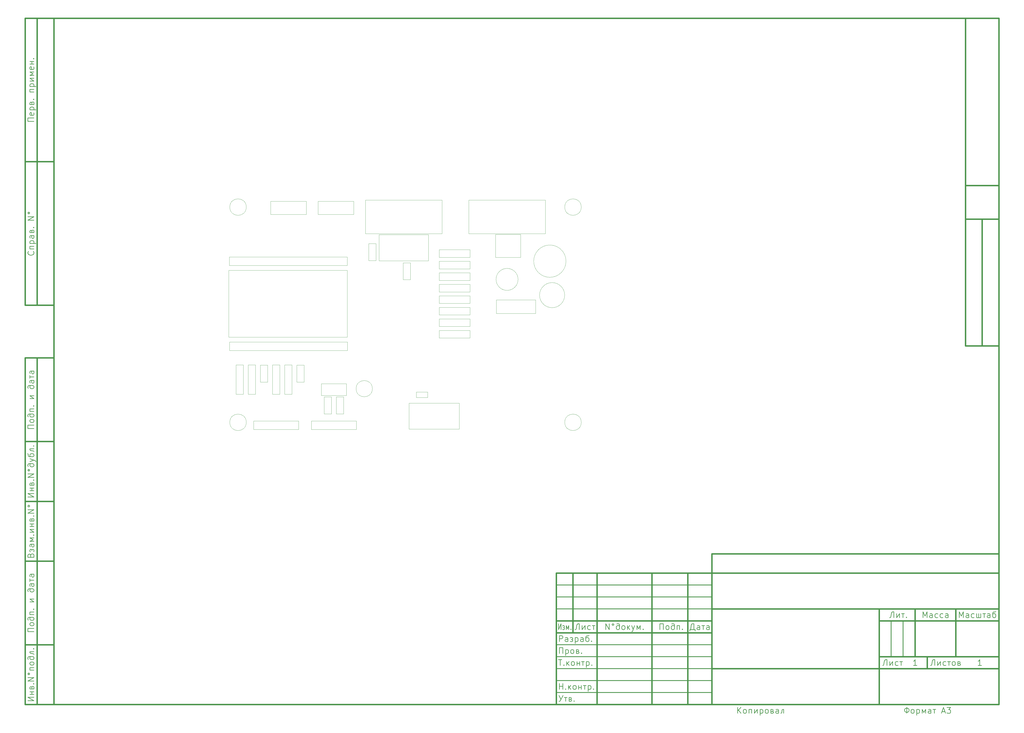
<source format=gbr>
%TF.GenerationSoftware,KiCad,Pcbnew,8.0.3*%
%TF.CreationDate,2024-08-26T14:09:18+03:00*%
%TF.ProjectId,pcb,7063622e-6b69-4636-9164-5f7063625858,rev?*%
%TF.SameCoordinates,Original*%
%TF.FileFunction,Other,User*%
%FSLAX46Y46*%
G04 Gerber Fmt 4.6, Leading zero omitted, Abs format (unit mm)*
G04 Created by KiCad (PCBNEW 8.0.3) date 2024-08-26 14:09:18*
%MOMM*%
%LPD*%
G01*
G04 APERTURE LIST*
%ADD10C,0.100000*%
%ADD11C,0.600000*%
%ADD12C,0.300000*%
%ADD13C,0.250000*%
%ADD14C,0.050000*%
G04 APERTURE END LIST*
D10*
D11*
X20000000Y-292002200D02*
X414989000Y-292002200D01*
X414989000Y-5000000D01*
X20000000Y-5000000D01*
X20000000Y-292002200D01*
D10*
D11*
X8000000Y-232002200D02*
X20000000Y-232002200D01*
D10*
D11*
X8000000Y-207002200D02*
X20000000Y-207002200D01*
D10*
D11*
X8000000Y-182002200D02*
X20000000Y-182002200D01*
D10*
D11*
X400989000Y-89000000D02*
X414989000Y-89000000D01*
D10*
D11*
X400989000Y-142000000D02*
X414989000Y-142000000D01*
D10*
D11*
X400989000Y-75000000D02*
X414989000Y-75000000D01*
D10*
D11*
X400989000Y-89000000D02*
X400989000Y-142000000D01*
D10*
D11*
X407989000Y-89000000D02*
X407989000Y-142000000D01*
D10*
D11*
X400989000Y-75000000D02*
X400989000Y-89000000D01*
D10*
D11*
X400989000Y-5000000D02*
X400989000Y-75000000D01*
D10*
D11*
X8000000Y-147002200D02*
X20000000Y-147002200D01*
D10*
D11*
X8000000Y-292002200D02*
X20000000Y-292002200D01*
D10*
D11*
X8000000Y-267002200D02*
X20000000Y-267002200D01*
D10*
D11*
X294989000Y-237002200D02*
X294989000Y-292002200D01*
D10*
D11*
X284989000Y-237002200D02*
X284989000Y-292002200D01*
D10*
D11*
X269989000Y-237002200D02*
X269989000Y-292002200D01*
D10*
D11*
X246989000Y-237002200D02*
X246989000Y-292002200D01*
D10*
D11*
X236989000Y-237002200D02*
X236989000Y-262002200D01*
D10*
D12*
X229989000Y-252002200D02*
X294989000Y-252002200D01*
D10*
D12*
X229989000Y-247002200D02*
X294989000Y-247002200D01*
D10*
D12*
X229989000Y-242002200D02*
X294989000Y-242002200D01*
D10*
D11*
X229989000Y-262002200D02*
X294989000Y-262002200D01*
D10*
D11*
X229989000Y-257002200D02*
X294989000Y-257002200D01*
D10*
D12*
X229989000Y-287002200D02*
X294989000Y-287002200D01*
D10*
D12*
X229989000Y-282002200D02*
X294989000Y-282002200D01*
D10*
D12*
X229989000Y-277002200D02*
X294989000Y-277002200D01*
D10*
D12*
X229989000Y-272002200D02*
X294989000Y-272002200D01*
D10*
D12*
X229989000Y-267002200D02*
X294989000Y-267002200D01*
D10*
D11*
X294989000Y-229002200D02*
X414989000Y-229002200D01*
D10*
D11*
X294989000Y-237002200D02*
X294989000Y-229002200D01*
D10*
D11*
X229989000Y-237002200D02*
X414989000Y-237002200D01*
D10*
D11*
X8000000Y-147002200D02*
X8000000Y-292002200D01*
D10*
D11*
X13000000Y-147002200D02*
X13000000Y-292002200D01*
D10*
D12*
X369989000Y-257002200D02*
X369989000Y-272002200D01*
D10*
D12*
X374989000Y-257002200D02*
X374989000Y-272002200D01*
D10*
D11*
X379989000Y-252002200D02*
X379989000Y-272002200D01*
D10*
D11*
X396989000Y-252002200D02*
X396989000Y-272002200D01*
D10*
D11*
X364989000Y-272002200D02*
X414989000Y-272002200D01*
D10*
D11*
X364989000Y-257002200D02*
X414989000Y-257002200D01*
D10*
D11*
X364989000Y-252002200D02*
X364989000Y-292002200D01*
D10*
D11*
X294989000Y-277002200D02*
X414989000Y-277002200D01*
D10*
D11*
X294989000Y-252002200D02*
X414989000Y-252002200D01*
D10*
D11*
X229989000Y-292002200D02*
X229989000Y-237002200D01*
D10*
D11*
X384989000Y-272002200D02*
X384989000Y-277002200D01*
D10*
D11*
X8000000Y-5002200D02*
X20000000Y-5002200D01*
D10*
D11*
X8000000Y-65002200D02*
X20000000Y-65002200D01*
D10*
D11*
X8000000Y-125002200D02*
X20000000Y-125002200D01*
D10*
D11*
X8000000Y-5002200D02*
X8000000Y-125002200D01*
D10*
D11*
X13000000Y-5002200D02*
X13000000Y-125002200D01*
D10*
D13*
X250691380Y-260645747D02*
X250691380Y-258145747D01*
X250691380Y-258145747D02*
X252119951Y-260645747D01*
X252119951Y-260645747D02*
X252119951Y-258145747D01*
X253667570Y-258145747D02*
X253429475Y-258264795D01*
X253429475Y-258264795D02*
X253310428Y-258502890D01*
X253310428Y-258502890D02*
X253429475Y-258740985D01*
X253429475Y-258740985D02*
X253667570Y-258860033D01*
X253667570Y-258860033D02*
X253905666Y-258740985D01*
X253905666Y-258740985D02*
X254024713Y-258502890D01*
X254024713Y-258502890D02*
X253905666Y-258264795D01*
X253905666Y-258264795D02*
X253667570Y-258145747D01*
X256405666Y-259217176D02*
X256286618Y-259098128D01*
X256286618Y-259098128D02*
X256048523Y-258979080D01*
X256048523Y-258979080D02*
X255572332Y-258979080D01*
X255572332Y-258979080D02*
X255334237Y-259098128D01*
X255334237Y-259098128D02*
X255215190Y-259217176D01*
X255215190Y-259217176D02*
X255096142Y-259455271D01*
X255096142Y-259455271D02*
X255096142Y-260169557D01*
X255096142Y-260169557D02*
X255215190Y-260407652D01*
X255215190Y-260407652D02*
X255334237Y-260526700D01*
X255334237Y-260526700D02*
X255572332Y-260645747D01*
X255572332Y-260645747D02*
X255929475Y-260645747D01*
X255929475Y-260645747D02*
X256167571Y-260526700D01*
X256167571Y-260526700D02*
X256286618Y-260407652D01*
X256286618Y-260407652D02*
X256405666Y-260169557D01*
X256405666Y-260169557D02*
X256405666Y-258621938D01*
X256405666Y-258621938D02*
X256286618Y-258383842D01*
X256286618Y-258383842D02*
X256167571Y-258264795D01*
X256167571Y-258264795D02*
X255929475Y-258145747D01*
X255929475Y-258145747D02*
X255453285Y-258145747D01*
X255453285Y-258145747D02*
X255215190Y-258264795D01*
X257834237Y-260645747D02*
X257596142Y-260526700D01*
X257596142Y-260526700D02*
X257477095Y-260407652D01*
X257477095Y-260407652D02*
X257358047Y-260169557D01*
X257358047Y-260169557D02*
X257358047Y-259455271D01*
X257358047Y-259455271D02*
X257477095Y-259217176D01*
X257477095Y-259217176D02*
X257596142Y-259098128D01*
X257596142Y-259098128D02*
X257834237Y-258979080D01*
X257834237Y-258979080D02*
X258191380Y-258979080D01*
X258191380Y-258979080D02*
X258429476Y-259098128D01*
X258429476Y-259098128D02*
X258548523Y-259217176D01*
X258548523Y-259217176D02*
X258667571Y-259455271D01*
X258667571Y-259455271D02*
X258667571Y-260169557D01*
X258667571Y-260169557D02*
X258548523Y-260407652D01*
X258548523Y-260407652D02*
X258429476Y-260526700D01*
X258429476Y-260526700D02*
X258191380Y-260645747D01*
X258191380Y-260645747D02*
X257834237Y-260645747D01*
X259739000Y-258979080D02*
X259739000Y-260645747D01*
X259977095Y-259693366D02*
X260691381Y-260645747D01*
X260691381Y-258979080D02*
X259739000Y-259931461D01*
X261524714Y-258979080D02*
X262119952Y-260645747D01*
X262715191Y-258979080D02*
X262119952Y-260645747D01*
X262119952Y-260645747D02*
X261881857Y-261240985D01*
X261881857Y-261240985D02*
X261762810Y-261360033D01*
X261762810Y-261360033D02*
X261524714Y-261479080D01*
X263667572Y-260645747D02*
X263667572Y-258979080D01*
X263667572Y-258979080D02*
X264381857Y-260288604D01*
X264381857Y-260288604D02*
X265096143Y-258979080D01*
X265096143Y-258979080D02*
X265096143Y-260645747D01*
X266286620Y-260407652D02*
X266405667Y-260526700D01*
X266405667Y-260526700D02*
X266286620Y-260645747D01*
X266286620Y-260645747D02*
X266167572Y-260526700D01*
X266167572Y-260526700D02*
X266286620Y-260407652D01*
X266286620Y-260407652D02*
X266286620Y-260645747D01*
D10*
D13*
X10334023Y-229561723D02*
X10453071Y-229204580D01*
X10453071Y-229204580D02*
X10572119Y-229085533D01*
X10572119Y-229085533D02*
X10810214Y-228966485D01*
X10810214Y-228966485D02*
X11167357Y-228966485D01*
X11167357Y-228966485D02*
X11405452Y-229085533D01*
X11405452Y-229085533D02*
X11524500Y-229204580D01*
X11524500Y-229204580D02*
X11643547Y-229442675D01*
X11643547Y-229442675D02*
X11643547Y-230395056D01*
X11643547Y-230395056D02*
X9143547Y-230395056D01*
X9143547Y-230395056D02*
X9143547Y-229561723D01*
X9143547Y-229561723D02*
X9262595Y-229323628D01*
X9262595Y-229323628D02*
X9381642Y-229204580D01*
X9381642Y-229204580D02*
X9619738Y-229085533D01*
X9619738Y-229085533D02*
X9857833Y-229085533D01*
X9857833Y-229085533D02*
X10095928Y-229204580D01*
X10095928Y-229204580D02*
X10214976Y-229323628D01*
X10214976Y-229323628D02*
X10334023Y-229561723D01*
X10334023Y-229561723D02*
X10334023Y-230395056D01*
X10810214Y-227656961D02*
X10810214Y-227418866D01*
X10095928Y-228133152D02*
X9976880Y-227895056D01*
X9976880Y-227895056D02*
X9976880Y-227418866D01*
X9976880Y-227418866D02*
X10095928Y-227180771D01*
X10095928Y-227180771D02*
X10334023Y-227061723D01*
X10334023Y-227061723D02*
X10453071Y-227061723D01*
X10453071Y-227061723D02*
X10691166Y-227180771D01*
X10691166Y-227180771D02*
X10810214Y-227418866D01*
X10810214Y-227418866D02*
X10929261Y-227180771D01*
X10929261Y-227180771D02*
X11167357Y-227061723D01*
X11167357Y-227061723D02*
X11286404Y-227061723D01*
X11286404Y-227061723D02*
X11524500Y-227180771D01*
X11524500Y-227180771D02*
X11643547Y-227418866D01*
X11643547Y-227418866D02*
X11643547Y-227895056D01*
X11643547Y-227895056D02*
X11524500Y-228133152D01*
X11643547Y-224918866D02*
X10334023Y-224918866D01*
X10334023Y-224918866D02*
X10095928Y-225037913D01*
X10095928Y-225037913D02*
X9976880Y-225276009D01*
X9976880Y-225276009D02*
X9976880Y-225752199D01*
X9976880Y-225752199D02*
X10095928Y-225990294D01*
X11524500Y-224918866D02*
X11643547Y-225156961D01*
X11643547Y-225156961D02*
X11643547Y-225752199D01*
X11643547Y-225752199D02*
X11524500Y-225990294D01*
X11524500Y-225990294D02*
X11286404Y-226109342D01*
X11286404Y-226109342D02*
X11048309Y-226109342D01*
X11048309Y-226109342D02*
X10810214Y-225990294D01*
X10810214Y-225990294D02*
X10691166Y-225752199D01*
X10691166Y-225752199D02*
X10691166Y-225156961D01*
X10691166Y-225156961D02*
X10572119Y-224918866D01*
X11643547Y-223728389D02*
X9976880Y-223728389D01*
X9976880Y-223728389D02*
X11286404Y-223014104D01*
X11286404Y-223014104D02*
X9976880Y-222299818D01*
X9976880Y-222299818D02*
X11643547Y-222299818D01*
X11405452Y-221109341D02*
X11524500Y-220990294D01*
X11524500Y-220990294D02*
X11643547Y-221109341D01*
X11643547Y-221109341D02*
X11524500Y-221228389D01*
X11524500Y-221228389D02*
X11405452Y-221109341D01*
X11405452Y-221109341D02*
X11643547Y-221109341D01*
X9976880Y-219918865D02*
X11643547Y-219918865D01*
X11643547Y-219918865D02*
X9976880Y-218728389D01*
X9976880Y-218728389D02*
X11643547Y-218728389D01*
X10810214Y-217537913D02*
X10810214Y-216466485D01*
X9976880Y-217537913D02*
X11643547Y-217537913D01*
X9976880Y-216466485D02*
X11643547Y-216466485D01*
X10810214Y-214680770D02*
X10929261Y-214323627D01*
X10929261Y-214323627D02*
X11167357Y-214204580D01*
X11167357Y-214204580D02*
X11286404Y-214204580D01*
X11286404Y-214204580D02*
X11524500Y-214323627D01*
X11524500Y-214323627D02*
X11643547Y-214561723D01*
X11643547Y-214561723D02*
X11643547Y-215276008D01*
X11643547Y-215276008D02*
X9976880Y-215276008D01*
X9976880Y-215276008D02*
X9976880Y-214680770D01*
X9976880Y-214680770D02*
X10095928Y-214442675D01*
X10095928Y-214442675D02*
X10334023Y-214323627D01*
X10334023Y-214323627D02*
X10453071Y-214323627D01*
X10453071Y-214323627D02*
X10691166Y-214442675D01*
X10691166Y-214442675D02*
X10810214Y-214680770D01*
X10810214Y-214680770D02*
X10810214Y-215276008D01*
X11405452Y-213133151D02*
X11524500Y-213014104D01*
X11524500Y-213014104D02*
X11643547Y-213133151D01*
X11643547Y-213133151D02*
X11524500Y-213252199D01*
X11524500Y-213252199D02*
X11405452Y-213133151D01*
X11405452Y-213133151D02*
X11643547Y-213133151D01*
X11643547Y-211942675D02*
X9143547Y-211942675D01*
X9143547Y-211942675D02*
X11643547Y-210514104D01*
X11643547Y-210514104D02*
X9143547Y-210514104D01*
X9143547Y-208966485D02*
X9262595Y-209204580D01*
X9262595Y-209204580D02*
X9500690Y-209323627D01*
X9500690Y-209323627D02*
X9738785Y-209204580D01*
X9738785Y-209204580D02*
X9857833Y-208966485D01*
X9857833Y-208966485D02*
X9738785Y-208728389D01*
X9738785Y-208728389D02*
X9500690Y-208609342D01*
X9500690Y-208609342D02*
X9262595Y-208728389D01*
X9262595Y-208728389D02*
X9143547Y-208966485D01*
D10*
D13*
X287965190Y-261240985D02*
X287965190Y-260645747D01*
X287965190Y-260645747D02*
X285822332Y-260645747D01*
X285822332Y-260645747D02*
X285822332Y-261240985D01*
X287488999Y-260645747D02*
X287488999Y-258145747D01*
X287488999Y-258145747D02*
X286893761Y-258145747D01*
X286893761Y-258145747D02*
X286655666Y-258264795D01*
X286655666Y-258264795D02*
X286536618Y-258383842D01*
X286536618Y-258383842D02*
X286417570Y-258621938D01*
X286417570Y-258621938D02*
X286179475Y-260645747D01*
X289988999Y-260645747D02*
X289988999Y-259336223D01*
X289988999Y-259336223D02*
X289869952Y-259098128D01*
X289869952Y-259098128D02*
X289631856Y-258979080D01*
X289631856Y-258979080D02*
X289155666Y-258979080D01*
X289155666Y-258979080D02*
X288917571Y-259098128D01*
X289988999Y-260526700D02*
X289750904Y-260645747D01*
X289750904Y-260645747D02*
X289155666Y-260645747D01*
X289155666Y-260645747D02*
X288917571Y-260526700D01*
X288917571Y-260526700D02*
X288798523Y-260288604D01*
X288798523Y-260288604D02*
X288798523Y-260050509D01*
X288798523Y-260050509D02*
X288917571Y-259812414D01*
X288917571Y-259812414D02*
X289155666Y-259693366D01*
X289155666Y-259693366D02*
X289750904Y-259693366D01*
X289750904Y-259693366D02*
X289988999Y-259574319D01*
X290822333Y-258979080D02*
X292012809Y-258979080D01*
X291417571Y-258979080D02*
X291417571Y-260645747D01*
X293917571Y-260645747D02*
X293917571Y-259336223D01*
X293917571Y-259336223D02*
X293798524Y-259098128D01*
X293798524Y-259098128D02*
X293560428Y-258979080D01*
X293560428Y-258979080D02*
X293084238Y-258979080D01*
X293084238Y-258979080D02*
X292846143Y-259098128D01*
X293917571Y-260526700D02*
X293679476Y-260645747D01*
X293679476Y-260645747D02*
X293084238Y-260645747D01*
X293084238Y-260645747D02*
X292846143Y-260526700D01*
X292846143Y-260526700D02*
X292727095Y-260288604D01*
X292727095Y-260288604D02*
X292727095Y-260050509D01*
X292727095Y-260050509D02*
X292846143Y-259812414D01*
X292846143Y-259812414D02*
X293084238Y-259693366D01*
X293084238Y-259693366D02*
X293679476Y-259693366D01*
X293679476Y-259693366D02*
X293917571Y-259574319D01*
D10*
D13*
X230909634Y-258145747D02*
X230909634Y-260645747D01*
X230909634Y-260645747D02*
X231941380Y-258145747D01*
X231941380Y-258145747D02*
X231941380Y-260645747D01*
X232973127Y-259812414D02*
X233145084Y-259812414D01*
X232629211Y-259098128D02*
X232801169Y-258979080D01*
X232801169Y-258979080D02*
X233145084Y-258979080D01*
X233145084Y-258979080D02*
X233317042Y-259098128D01*
X233317042Y-259098128D02*
X233403021Y-259336223D01*
X233403021Y-259336223D02*
X233403021Y-259455271D01*
X233403021Y-259455271D02*
X233317042Y-259693366D01*
X233317042Y-259693366D02*
X233145084Y-259812414D01*
X233145084Y-259812414D02*
X233317042Y-259931461D01*
X233317042Y-259931461D02*
X233403021Y-260169557D01*
X233403021Y-260169557D02*
X233403021Y-260288604D01*
X233403021Y-260288604D02*
X233317042Y-260526700D01*
X233317042Y-260526700D02*
X233145084Y-260645747D01*
X233145084Y-260645747D02*
X232801169Y-260645747D01*
X232801169Y-260645747D02*
X232629211Y-260526700D01*
X234176831Y-260645747D02*
X234176831Y-258979080D01*
X234176831Y-258979080D02*
X234692704Y-260288604D01*
X234692704Y-260288604D02*
X235208577Y-258979080D01*
X235208577Y-258979080D02*
X235208577Y-260645747D01*
X236068366Y-260407652D02*
X236154345Y-260526700D01*
X236154345Y-260526700D02*
X236068366Y-260645747D01*
X236068366Y-260645747D02*
X235982387Y-260526700D01*
X235982387Y-260526700D02*
X236068366Y-260407652D01*
X236068366Y-260407652D02*
X236068366Y-260645747D01*
D10*
D13*
X9143547Y-205156961D02*
X11643547Y-205156961D01*
X11643547Y-205156961D02*
X9143547Y-203728390D01*
X9143547Y-203728390D02*
X11643547Y-203728390D01*
X10810214Y-202537913D02*
X10810214Y-201466485D01*
X9976880Y-202537913D02*
X11643547Y-202537913D01*
X9976880Y-201466485D02*
X11643547Y-201466485D01*
X10810214Y-199680770D02*
X10929261Y-199323627D01*
X10929261Y-199323627D02*
X11167357Y-199204580D01*
X11167357Y-199204580D02*
X11286404Y-199204580D01*
X11286404Y-199204580D02*
X11524500Y-199323627D01*
X11524500Y-199323627D02*
X11643547Y-199561723D01*
X11643547Y-199561723D02*
X11643547Y-200276008D01*
X11643547Y-200276008D02*
X9976880Y-200276008D01*
X9976880Y-200276008D02*
X9976880Y-199680770D01*
X9976880Y-199680770D02*
X10095928Y-199442675D01*
X10095928Y-199442675D02*
X10334023Y-199323627D01*
X10334023Y-199323627D02*
X10453071Y-199323627D01*
X10453071Y-199323627D02*
X10691166Y-199442675D01*
X10691166Y-199442675D02*
X10810214Y-199680770D01*
X10810214Y-199680770D02*
X10810214Y-200276008D01*
X11405452Y-198133151D02*
X11524500Y-198014104D01*
X11524500Y-198014104D02*
X11643547Y-198133151D01*
X11643547Y-198133151D02*
X11524500Y-198252199D01*
X11524500Y-198252199D02*
X11405452Y-198133151D01*
X11405452Y-198133151D02*
X11643547Y-198133151D01*
X11643547Y-196942675D02*
X9143547Y-196942675D01*
X9143547Y-196942675D02*
X11643547Y-195514104D01*
X11643547Y-195514104D02*
X9143547Y-195514104D01*
X9143547Y-193966485D02*
X9262595Y-194204580D01*
X9262595Y-194204580D02*
X9500690Y-194323627D01*
X9500690Y-194323627D02*
X9738785Y-194204580D01*
X9738785Y-194204580D02*
X9857833Y-193966485D01*
X9857833Y-193966485D02*
X9738785Y-193728389D01*
X9738785Y-193728389D02*
X9500690Y-193609342D01*
X9500690Y-193609342D02*
X9262595Y-193728389D01*
X9262595Y-193728389D02*
X9143547Y-193966485D01*
X10214976Y-191228389D02*
X10095928Y-191347437D01*
X10095928Y-191347437D02*
X9976880Y-191585532D01*
X9976880Y-191585532D02*
X9976880Y-192061723D01*
X9976880Y-192061723D02*
X10095928Y-192299818D01*
X10095928Y-192299818D02*
X10214976Y-192418865D01*
X10214976Y-192418865D02*
X10453071Y-192537913D01*
X10453071Y-192537913D02*
X11167357Y-192537913D01*
X11167357Y-192537913D02*
X11405452Y-192418865D01*
X11405452Y-192418865D02*
X11524500Y-192299818D01*
X11524500Y-192299818D02*
X11643547Y-192061723D01*
X11643547Y-192061723D02*
X11643547Y-191704580D01*
X11643547Y-191704580D02*
X11524500Y-191466484D01*
X11524500Y-191466484D02*
X11405452Y-191347437D01*
X11405452Y-191347437D02*
X11167357Y-191228389D01*
X11167357Y-191228389D02*
X9619738Y-191228389D01*
X9619738Y-191228389D02*
X9381642Y-191347437D01*
X9381642Y-191347437D02*
X9262595Y-191466484D01*
X9262595Y-191466484D02*
X9143547Y-191704580D01*
X9143547Y-191704580D02*
X9143547Y-192180770D01*
X9143547Y-192180770D02*
X9262595Y-192418865D01*
X9976880Y-190395056D02*
X11643547Y-189799818D01*
X9976880Y-189204579D02*
X11643547Y-189799818D01*
X11643547Y-189799818D02*
X12238785Y-190037913D01*
X12238785Y-190037913D02*
X12357833Y-190156960D01*
X12357833Y-190156960D02*
X12476880Y-190395056D01*
X9024500Y-187061722D02*
X9143547Y-187180770D01*
X9143547Y-187180770D02*
X9262595Y-187418865D01*
X9262595Y-187418865D02*
X9262595Y-187895056D01*
X9262595Y-187895056D02*
X9381642Y-188133151D01*
X9381642Y-188133151D02*
X9500690Y-188252198D01*
X9500690Y-188252198D02*
X9738785Y-188371246D01*
X9738785Y-188371246D02*
X11167357Y-188371246D01*
X11167357Y-188371246D02*
X11405452Y-188252198D01*
X11405452Y-188252198D02*
X11524500Y-188133151D01*
X11524500Y-188133151D02*
X11643547Y-187895056D01*
X11643547Y-187895056D02*
X11643547Y-187537913D01*
X11643547Y-187537913D02*
X11524500Y-187299817D01*
X11524500Y-187299817D02*
X11405452Y-187180770D01*
X11405452Y-187180770D02*
X11167357Y-187061722D01*
X11167357Y-187061722D02*
X10453071Y-187061722D01*
X10453071Y-187061722D02*
X10214976Y-187180770D01*
X10214976Y-187180770D02*
X10095928Y-187299817D01*
X10095928Y-187299817D02*
X9976880Y-187537913D01*
X9976880Y-187537913D02*
X9976880Y-188014103D01*
X9976880Y-188014103D02*
X10095928Y-188252198D01*
X10095928Y-188252198D02*
X10214976Y-188371246D01*
X11643547Y-185037912D02*
X9976880Y-185037912D01*
X9976880Y-185037912D02*
X9976880Y-185395055D01*
X9976880Y-185395055D02*
X10095928Y-185633151D01*
X10095928Y-185633151D02*
X10334023Y-185752198D01*
X10334023Y-185752198D02*
X11286404Y-185871246D01*
X11286404Y-185871246D02*
X11524500Y-185990293D01*
X11524500Y-185990293D02*
X11643547Y-186228389D01*
X11405452Y-183847436D02*
X11524500Y-183728389D01*
X11524500Y-183728389D02*
X11643547Y-183847436D01*
X11643547Y-183847436D02*
X11524500Y-183966484D01*
X11524500Y-183966484D02*
X11405452Y-183847436D01*
X11405452Y-183847436D02*
X11643547Y-183847436D01*
D10*
D13*
X9143547Y-290335533D02*
X11643547Y-290335533D01*
X11643547Y-290335533D02*
X9143547Y-288906962D01*
X9143547Y-288906962D02*
X11643547Y-288906962D01*
X10810214Y-287716485D02*
X10810214Y-286645057D01*
X9976880Y-287716485D02*
X11643547Y-287716485D01*
X9976880Y-286645057D02*
X11643547Y-286645057D01*
X10810214Y-284859342D02*
X10929261Y-284502199D01*
X10929261Y-284502199D02*
X11167357Y-284383152D01*
X11167357Y-284383152D02*
X11286404Y-284383152D01*
X11286404Y-284383152D02*
X11524500Y-284502199D01*
X11524500Y-284502199D02*
X11643547Y-284740295D01*
X11643547Y-284740295D02*
X11643547Y-285454580D01*
X11643547Y-285454580D02*
X9976880Y-285454580D01*
X9976880Y-285454580D02*
X9976880Y-284859342D01*
X9976880Y-284859342D02*
X10095928Y-284621247D01*
X10095928Y-284621247D02*
X10334023Y-284502199D01*
X10334023Y-284502199D02*
X10453071Y-284502199D01*
X10453071Y-284502199D02*
X10691166Y-284621247D01*
X10691166Y-284621247D02*
X10810214Y-284859342D01*
X10810214Y-284859342D02*
X10810214Y-285454580D01*
X11405452Y-283311723D02*
X11524500Y-283192676D01*
X11524500Y-283192676D02*
X11643547Y-283311723D01*
X11643547Y-283311723D02*
X11524500Y-283430771D01*
X11524500Y-283430771D02*
X11405452Y-283311723D01*
X11405452Y-283311723D02*
X11643547Y-283311723D01*
X11643547Y-282121247D02*
X9143547Y-282121247D01*
X9143547Y-282121247D02*
X11643547Y-280692676D01*
X11643547Y-280692676D02*
X9143547Y-280692676D01*
X9143547Y-279145057D02*
X9262595Y-279383152D01*
X9262595Y-279383152D02*
X9500690Y-279502199D01*
X9500690Y-279502199D02*
X9738785Y-279383152D01*
X9738785Y-279383152D02*
X9857833Y-279145057D01*
X9857833Y-279145057D02*
X9738785Y-278906961D01*
X9738785Y-278906961D02*
X9500690Y-278787914D01*
X9500690Y-278787914D02*
X9262595Y-278906961D01*
X9262595Y-278906961D02*
X9143547Y-279145057D01*
X11643547Y-277597437D02*
X9976880Y-277597437D01*
X9976880Y-277597437D02*
X9976880Y-276526009D01*
X9976880Y-276526009D02*
X11643547Y-276526009D01*
X11643547Y-274978390D02*
X11524500Y-275216485D01*
X11524500Y-275216485D02*
X11405452Y-275335532D01*
X11405452Y-275335532D02*
X11167357Y-275454580D01*
X11167357Y-275454580D02*
X10453071Y-275454580D01*
X10453071Y-275454580D02*
X10214976Y-275335532D01*
X10214976Y-275335532D02*
X10095928Y-275216485D01*
X10095928Y-275216485D02*
X9976880Y-274978390D01*
X9976880Y-274978390D02*
X9976880Y-274621247D01*
X9976880Y-274621247D02*
X10095928Y-274383151D01*
X10095928Y-274383151D02*
X10214976Y-274264104D01*
X10214976Y-274264104D02*
X10453071Y-274145056D01*
X10453071Y-274145056D02*
X11167357Y-274145056D01*
X11167357Y-274145056D02*
X11405452Y-274264104D01*
X11405452Y-274264104D02*
X11524500Y-274383151D01*
X11524500Y-274383151D02*
X11643547Y-274621247D01*
X11643547Y-274621247D02*
X11643547Y-274978390D01*
X10214976Y-271883151D02*
X10095928Y-272002199D01*
X10095928Y-272002199D02*
X9976880Y-272240294D01*
X9976880Y-272240294D02*
X9976880Y-272716485D01*
X9976880Y-272716485D02*
X10095928Y-272954580D01*
X10095928Y-272954580D02*
X10214976Y-273073627D01*
X10214976Y-273073627D02*
X10453071Y-273192675D01*
X10453071Y-273192675D02*
X11167357Y-273192675D01*
X11167357Y-273192675D02*
X11405452Y-273073627D01*
X11405452Y-273073627D02*
X11524500Y-272954580D01*
X11524500Y-272954580D02*
X11643547Y-272716485D01*
X11643547Y-272716485D02*
X11643547Y-272359342D01*
X11643547Y-272359342D02*
X11524500Y-272121246D01*
X11524500Y-272121246D02*
X11405452Y-272002199D01*
X11405452Y-272002199D02*
X11167357Y-271883151D01*
X11167357Y-271883151D02*
X9619738Y-271883151D01*
X9619738Y-271883151D02*
X9381642Y-272002199D01*
X9381642Y-272002199D02*
X9262595Y-272121246D01*
X9262595Y-272121246D02*
X9143547Y-272359342D01*
X9143547Y-272359342D02*
X9143547Y-272835532D01*
X9143547Y-272835532D02*
X9262595Y-273073627D01*
X11643547Y-269859341D02*
X9976880Y-269859341D01*
X9976880Y-269859341D02*
X9976880Y-270216484D01*
X9976880Y-270216484D02*
X10095928Y-270454580D01*
X10095928Y-270454580D02*
X10334023Y-270573627D01*
X10334023Y-270573627D02*
X11286404Y-270692675D01*
X11286404Y-270692675D02*
X11524500Y-270811722D01*
X11524500Y-270811722D02*
X11643547Y-271049818D01*
X11405452Y-268668865D02*
X11524500Y-268549818D01*
X11524500Y-268549818D02*
X11643547Y-268668865D01*
X11643547Y-268668865D02*
X11524500Y-268787913D01*
X11524500Y-268787913D02*
X11405452Y-268668865D01*
X11405452Y-268668865D02*
X11643547Y-268668865D01*
D10*
D13*
X305748711Y-295645747D02*
X305748711Y-293145747D01*
X307177282Y-295645747D02*
X306105853Y-294217176D01*
X307177282Y-293145747D02*
X305748711Y-294574319D01*
X308605853Y-295645747D02*
X308367758Y-295526700D01*
X308367758Y-295526700D02*
X308248711Y-295407652D01*
X308248711Y-295407652D02*
X308129663Y-295169557D01*
X308129663Y-295169557D02*
X308129663Y-294455271D01*
X308129663Y-294455271D02*
X308248711Y-294217176D01*
X308248711Y-294217176D02*
X308367758Y-294098128D01*
X308367758Y-294098128D02*
X308605853Y-293979080D01*
X308605853Y-293979080D02*
X308962996Y-293979080D01*
X308962996Y-293979080D02*
X309201092Y-294098128D01*
X309201092Y-294098128D02*
X309320139Y-294217176D01*
X309320139Y-294217176D02*
X309439187Y-294455271D01*
X309439187Y-294455271D02*
X309439187Y-295169557D01*
X309439187Y-295169557D02*
X309320139Y-295407652D01*
X309320139Y-295407652D02*
X309201092Y-295526700D01*
X309201092Y-295526700D02*
X308962996Y-295645747D01*
X308962996Y-295645747D02*
X308605853Y-295645747D01*
X310510616Y-295645747D02*
X310510616Y-293979080D01*
X310510616Y-293979080D02*
X311582044Y-293979080D01*
X311582044Y-293979080D02*
X311582044Y-295645747D01*
X312772521Y-293979080D02*
X312772521Y-295645747D01*
X312772521Y-295645747D02*
X313962997Y-293979080D01*
X313962997Y-293979080D02*
X313962997Y-295645747D01*
X315153473Y-293979080D02*
X315153473Y-296479080D01*
X315153473Y-294098128D02*
X315391568Y-293979080D01*
X315391568Y-293979080D02*
X315867758Y-293979080D01*
X315867758Y-293979080D02*
X316105854Y-294098128D01*
X316105854Y-294098128D02*
X316224901Y-294217176D01*
X316224901Y-294217176D02*
X316343949Y-294455271D01*
X316343949Y-294455271D02*
X316343949Y-295169557D01*
X316343949Y-295169557D02*
X316224901Y-295407652D01*
X316224901Y-295407652D02*
X316105854Y-295526700D01*
X316105854Y-295526700D02*
X315867758Y-295645747D01*
X315867758Y-295645747D02*
X315391568Y-295645747D01*
X315391568Y-295645747D02*
X315153473Y-295526700D01*
X317772520Y-295645747D02*
X317534425Y-295526700D01*
X317534425Y-295526700D02*
X317415378Y-295407652D01*
X317415378Y-295407652D02*
X317296330Y-295169557D01*
X317296330Y-295169557D02*
X317296330Y-294455271D01*
X317296330Y-294455271D02*
X317415378Y-294217176D01*
X317415378Y-294217176D02*
X317534425Y-294098128D01*
X317534425Y-294098128D02*
X317772520Y-293979080D01*
X317772520Y-293979080D02*
X318129663Y-293979080D01*
X318129663Y-293979080D02*
X318367759Y-294098128D01*
X318367759Y-294098128D02*
X318486806Y-294217176D01*
X318486806Y-294217176D02*
X318605854Y-294455271D01*
X318605854Y-294455271D02*
X318605854Y-295169557D01*
X318605854Y-295169557D02*
X318486806Y-295407652D01*
X318486806Y-295407652D02*
X318367759Y-295526700D01*
X318367759Y-295526700D02*
X318129663Y-295645747D01*
X318129663Y-295645747D02*
X317772520Y-295645747D01*
X320272521Y-294812414D02*
X320629664Y-294931461D01*
X320629664Y-294931461D02*
X320748711Y-295169557D01*
X320748711Y-295169557D02*
X320748711Y-295288604D01*
X320748711Y-295288604D02*
X320629664Y-295526700D01*
X320629664Y-295526700D02*
X320391568Y-295645747D01*
X320391568Y-295645747D02*
X319677283Y-295645747D01*
X319677283Y-295645747D02*
X319677283Y-293979080D01*
X319677283Y-293979080D02*
X320272521Y-293979080D01*
X320272521Y-293979080D02*
X320510616Y-294098128D01*
X320510616Y-294098128D02*
X320629664Y-294336223D01*
X320629664Y-294336223D02*
X320629664Y-294455271D01*
X320629664Y-294455271D02*
X320510616Y-294693366D01*
X320510616Y-294693366D02*
X320272521Y-294812414D01*
X320272521Y-294812414D02*
X319677283Y-294812414D01*
X322891568Y-295645747D02*
X322891568Y-294336223D01*
X322891568Y-294336223D02*
X322772521Y-294098128D01*
X322772521Y-294098128D02*
X322534425Y-293979080D01*
X322534425Y-293979080D02*
X322058235Y-293979080D01*
X322058235Y-293979080D02*
X321820140Y-294098128D01*
X322891568Y-295526700D02*
X322653473Y-295645747D01*
X322653473Y-295645747D02*
X322058235Y-295645747D01*
X322058235Y-295645747D02*
X321820140Y-295526700D01*
X321820140Y-295526700D02*
X321701092Y-295288604D01*
X321701092Y-295288604D02*
X321701092Y-295050509D01*
X321701092Y-295050509D02*
X321820140Y-294812414D01*
X321820140Y-294812414D02*
X322058235Y-294693366D01*
X322058235Y-294693366D02*
X322653473Y-294693366D01*
X322653473Y-294693366D02*
X322891568Y-294574319D01*
X325034426Y-295645747D02*
X325034426Y-293979080D01*
X325034426Y-293979080D02*
X324677283Y-293979080D01*
X324677283Y-293979080D02*
X324439187Y-294098128D01*
X324439187Y-294098128D02*
X324320140Y-294336223D01*
X324320140Y-294336223D02*
X324201092Y-295288604D01*
X324201092Y-295288604D02*
X324082045Y-295526700D01*
X324082045Y-295526700D02*
X323843949Y-295645747D01*
D10*
D13*
X368177282Y-275645747D02*
X368177282Y-273145747D01*
X368177282Y-273145747D02*
X367820139Y-273145747D01*
X367820139Y-273145747D02*
X367462996Y-273264795D01*
X367462996Y-273264795D02*
X367224901Y-273502890D01*
X367224901Y-273502890D02*
X367105853Y-273860033D01*
X367105853Y-273860033D02*
X366867758Y-275288604D01*
X366867758Y-275288604D02*
X366748711Y-275526700D01*
X366748711Y-275526700D02*
X366510615Y-275645747D01*
X366510615Y-275645747D02*
X366391568Y-275645747D01*
X369367759Y-273979080D02*
X369367759Y-275645747D01*
X369367759Y-275645747D02*
X370558235Y-273979080D01*
X370558235Y-273979080D02*
X370558235Y-275645747D01*
X372820139Y-275526700D02*
X372582044Y-275645747D01*
X372582044Y-275645747D02*
X372105853Y-275645747D01*
X372105853Y-275645747D02*
X371867758Y-275526700D01*
X371867758Y-275526700D02*
X371748711Y-275407652D01*
X371748711Y-275407652D02*
X371629663Y-275169557D01*
X371629663Y-275169557D02*
X371629663Y-274455271D01*
X371629663Y-274455271D02*
X371748711Y-274217176D01*
X371748711Y-274217176D02*
X371867758Y-274098128D01*
X371867758Y-274098128D02*
X372105853Y-273979080D01*
X372105853Y-273979080D02*
X372582044Y-273979080D01*
X372582044Y-273979080D02*
X372820139Y-274098128D01*
X373534425Y-273979080D02*
X374724901Y-273979080D01*
X374129663Y-273979080D02*
X374129663Y-275645747D01*
D10*
D13*
X239608047Y-260645747D02*
X239608047Y-258145747D01*
X239608047Y-258145747D02*
X239250904Y-258145747D01*
X239250904Y-258145747D02*
X238893761Y-258264795D01*
X238893761Y-258264795D02*
X238655666Y-258502890D01*
X238655666Y-258502890D02*
X238536618Y-258860033D01*
X238536618Y-258860033D02*
X238298523Y-260288604D01*
X238298523Y-260288604D02*
X238179476Y-260526700D01*
X238179476Y-260526700D02*
X237941380Y-260645747D01*
X237941380Y-260645747D02*
X237822333Y-260645747D01*
X240798524Y-258979080D02*
X240798524Y-260645747D01*
X240798524Y-260645747D02*
X241989000Y-258979080D01*
X241989000Y-258979080D02*
X241989000Y-260645747D01*
X244250904Y-260526700D02*
X244012809Y-260645747D01*
X244012809Y-260645747D02*
X243536618Y-260645747D01*
X243536618Y-260645747D02*
X243298523Y-260526700D01*
X243298523Y-260526700D02*
X243179476Y-260407652D01*
X243179476Y-260407652D02*
X243060428Y-260169557D01*
X243060428Y-260169557D02*
X243060428Y-259455271D01*
X243060428Y-259455271D02*
X243179476Y-259217176D01*
X243179476Y-259217176D02*
X243298523Y-259098128D01*
X243298523Y-259098128D02*
X243536618Y-258979080D01*
X243536618Y-258979080D02*
X244012809Y-258979080D01*
X244012809Y-258979080D02*
X244250904Y-259098128D01*
X244965190Y-258979080D02*
X246155666Y-258979080D01*
X245560428Y-258979080D02*
X245560428Y-260645747D01*
D10*
D13*
X388177282Y-275645747D02*
X388177282Y-273145747D01*
X388177282Y-273145747D02*
X387820139Y-273145747D01*
X387820139Y-273145747D02*
X387462996Y-273264795D01*
X387462996Y-273264795D02*
X387224901Y-273502890D01*
X387224901Y-273502890D02*
X387105853Y-273860033D01*
X387105853Y-273860033D02*
X386867758Y-275288604D01*
X386867758Y-275288604D02*
X386748711Y-275526700D01*
X386748711Y-275526700D02*
X386510615Y-275645747D01*
X386510615Y-275645747D02*
X386391568Y-275645747D01*
X389367759Y-273979080D02*
X389367759Y-275645747D01*
X389367759Y-275645747D02*
X390558235Y-273979080D01*
X390558235Y-273979080D02*
X390558235Y-275645747D01*
X392820139Y-275526700D02*
X392582044Y-275645747D01*
X392582044Y-275645747D02*
X392105853Y-275645747D01*
X392105853Y-275645747D02*
X391867758Y-275526700D01*
X391867758Y-275526700D02*
X391748711Y-275407652D01*
X391748711Y-275407652D02*
X391629663Y-275169557D01*
X391629663Y-275169557D02*
X391629663Y-274455271D01*
X391629663Y-274455271D02*
X391748711Y-274217176D01*
X391748711Y-274217176D02*
X391867758Y-274098128D01*
X391867758Y-274098128D02*
X392105853Y-273979080D01*
X392105853Y-273979080D02*
X392582044Y-273979080D01*
X392582044Y-273979080D02*
X392820139Y-274098128D01*
X393534425Y-273979080D02*
X394724901Y-273979080D01*
X394129663Y-273979080D02*
X394129663Y-275645747D01*
X395915377Y-275645747D02*
X395677282Y-275526700D01*
X395677282Y-275526700D02*
X395558235Y-275407652D01*
X395558235Y-275407652D02*
X395439187Y-275169557D01*
X395439187Y-275169557D02*
X395439187Y-274455271D01*
X395439187Y-274455271D02*
X395558235Y-274217176D01*
X395558235Y-274217176D02*
X395677282Y-274098128D01*
X395677282Y-274098128D02*
X395915377Y-273979080D01*
X395915377Y-273979080D02*
X396272520Y-273979080D01*
X396272520Y-273979080D02*
X396510616Y-274098128D01*
X396510616Y-274098128D02*
X396629663Y-274217176D01*
X396629663Y-274217176D02*
X396748711Y-274455271D01*
X396748711Y-274455271D02*
X396748711Y-275169557D01*
X396748711Y-275169557D02*
X396629663Y-275407652D01*
X396629663Y-275407652D02*
X396510616Y-275526700D01*
X396510616Y-275526700D02*
X396272520Y-275645747D01*
X396272520Y-275645747D02*
X395915377Y-275645747D01*
X398415378Y-274812414D02*
X398772521Y-274931461D01*
X398772521Y-274931461D02*
X398891568Y-275169557D01*
X398891568Y-275169557D02*
X398891568Y-275288604D01*
X398891568Y-275288604D02*
X398772521Y-275526700D01*
X398772521Y-275526700D02*
X398534425Y-275645747D01*
X398534425Y-275645747D02*
X397820140Y-275645747D01*
X397820140Y-275645747D02*
X397820140Y-273979080D01*
X397820140Y-273979080D02*
X398415378Y-273979080D01*
X398415378Y-273979080D02*
X398653473Y-274098128D01*
X398653473Y-274098128D02*
X398772521Y-274336223D01*
X398772521Y-274336223D02*
X398772521Y-274455271D01*
X398772521Y-274455271D02*
X398653473Y-274693366D01*
X398653473Y-274693366D02*
X398415378Y-274812414D01*
X398415378Y-274812414D02*
X397820140Y-274812414D01*
D10*
D13*
X371084238Y-255645747D02*
X371084238Y-253145747D01*
X371084238Y-253145747D02*
X370727095Y-253145747D01*
X370727095Y-253145747D02*
X370369952Y-253264795D01*
X370369952Y-253264795D02*
X370131857Y-253502890D01*
X370131857Y-253502890D02*
X370012809Y-253860033D01*
X370012809Y-253860033D02*
X369774714Y-255288604D01*
X369774714Y-255288604D02*
X369655667Y-255526700D01*
X369655667Y-255526700D02*
X369417571Y-255645747D01*
X369417571Y-255645747D02*
X369298524Y-255645747D01*
X372274715Y-253979080D02*
X372274715Y-255645747D01*
X372274715Y-255645747D02*
X373465191Y-253979080D01*
X373465191Y-253979080D02*
X373465191Y-255645747D01*
X374298524Y-253979080D02*
X375489000Y-253979080D01*
X374893762Y-253979080D02*
X374893762Y-255645747D01*
X376322334Y-255407652D02*
X376441381Y-255526700D01*
X376441381Y-255526700D02*
X376322334Y-255645747D01*
X376322334Y-255645747D02*
X376203286Y-255526700D01*
X376203286Y-255526700D02*
X376322334Y-255407652D01*
X376322334Y-255407652D02*
X376322334Y-255645747D01*
D10*
D13*
X383250905Y-255645747D02*
X383250905Y-253145747D01*
X383250905Y-253145747D02*
X384084238Y-254931461D01*
X384084238Y-254931461D02*
X384917571Y-253145747D01*
X384917571Y-253145747D02*
X384917571Y-255645747D01*
X387179476Y-255645747D02*
X387179476Y-254336223D01*
X387179476Y-254336223D02*
X387060429Y-254098128D01*
X387060429Y-254098128D02*
X386822333Y-253979080D01*
X386822333Y-253979080D02*
X386346143Y-253979080D01*
X386346143Y-253979080D02*
X386108048Y-254098128D01*
X387179476Y-255526700D02*
X386941381Y-255645747D01*
X386941381Y-255645747D02*
X386346143Y-255645747D01*
X386346143Y-255645747D02*
X386108048Y-255526700D01*
X386108048Y-255526700D02*
X385989000Y-255288604D01*
X385989000Y-255288604D02*
X385989000Y-255050509D01*
X385989000Y-255050509D02*
X386108048Y-254812414D01*
X386108048Y-254812414D02*
X386346143Y-254693366D01*
X386346143Y-254693366D02*
X386941381Y-254693366D01*
X386941381Y-254693366D02*
X387179476Y-254574319D01*
X389441381Y-255526700D02*
X389203286Y-255645747D01*
X389203286Y-255645747D02*
X388727095Y-255645747D01*
X388727095Y-255645747D02*
X388489000Y-255526700D01*
X388489000Y-255526700D02*
X388369953Y-255407652D01*
X388369953Y-255407652D02*
X388250905Y-255169557D01*
X388250905Y-255169557D02*
X388250905Y-254455271D01*
X388250905Y-254455271D02*
X388369953Y-254217176D01*
X388369953Y-254217176D02*
X388489000Y-254098128D01*
X388489000Y-254098128D02*
X388727095Y-253979080D01*
X388727095Y-253979080D02*
X389203286Y-253979080D01*
X389203286Y-253979080D02*
X389441381Y-254098128D01*
X391584238Y-255526700D02*
X391346143Y-255645747D01*
X391346143Y-255645747D02*
X390869952Y-255645747D01*
X390869952Y-255645747D02*
X390631857Y-255526700D01*
X390631857Y-255526700D02*
X390512810Y-255407652D01*
X390512810Y-255407652D02*
X390393762Y-255169557D01*
X390393762Y-255169557D02*
X390393762Y-254455271D01*
X390393762Y-254455271D02*
X390512810Y-254217176D01*
X390512810Y-254217176D02*
X390631857Y-254098128D01*
X390631857Y-254098128D02*
X390869952Y-253979080D01*
X390869952Y-253979080D02*
X391346143Y-253979080D01*
X391346143Y-253979080D02*
X391584238Y-254098128D01*
X393727095Y-255645747D02*
X393727095Y-254336223D01*
X393727095Y-254336223D02*
X393608048Y-254098128D01*
X393608048Y-254098128D02*
X393369952Y-253979080D01*
X393369952Y-253979080D02*
X392893762Y-253979080D01*
X392893762Y-253979080D02*
X392655667Y-254098128D01*
X393727095Y-255526700D02*
X393489000Y-255645747D01*
X393489000Y-255645747D02*
X392893762Y-255645747D01*
X392893762Y-255645747D02*
X392655667Y-255526700D01*
X392655667Y-255526700D02*
X392536619Y-255288604D01*
X392536619Y-255288604D02*
X392536619Y-255050509D01*
X392536619Y-255050509D02*
X392655667Y-254812414D01*
X392655667Y-254812414D02*
X392893762Y-254693366D01*
X392893762Y-254693366D02*
X393489000Y-254693366D01*
X393489000Y-254693366D02*
X393727095Y-254574319D01*
D10*
D13*
X398429476Y-255645747D02*
X398429476Y-253145747D01*
X398429476Y-253145747D02*
X399262809Y-254931461D01*
X399262809Y-254931461D02*
X400096142Y-253145747D01*
X400096142Y-253145747D02*
X400096142Y-255645747D01*
X402358047Y-255645747D02*
X402358047Y-254336223D01*
X402358047Y-254336223D02*
X402239000Y-254098128D01*
X402239000Y-254098128D02*
X402000904Y-253979080D01*
X402000904Y-253979080D02*
X401524714Y-253979080D01*
X401524714Y-253979080D02*
X401286619Y-254098128D01*
X402358047Y-255526700D02*
X402119952Y-255645747D01*
X402119952Y-255645747D02*
X401524714Y-255645747D01*
X401524714Y-255645747D02*
X401286619Y-255526700D01*
X401286619Y-255526700D02*
X401167571Y-255288604D01*
X401167571Y-255288604D02*
X401167571Y-255050509D01*
X401167571Y-255050509D02*
X401286619Y-254812414D01*
X401286619Y-254812414D02*
X401524714Y-254693366D01*
X401524714Y-254693366D02*
X402119952Y-254693366D01*
X402119952Y-254693366D02*
X402358047Y-254574319D01*
X404619952Y-255526700D02*
X404381857Y-255645747D01*
X404381857Y-255645747D02*
X403905666Y-255645747D01*
X403905666Y-255645747D02*
X403667571Y-255526700D01*
X403667571Y-255526700D02*
X403548524Y-255407652D01*
X403548524Y-255407652D02*
X403429476Y-255169557D01*
X403429476Y-255169557D02*
X403429476Y-254455271D01*
X403429476Y-254455271D02*
X403548524Y-254217176D01*
X403548524Y-254217176D02*
X403667571Y-254098128D01*
X403667571Y-254098128D02*
X403905666Y-253979080D01*
X403905666Y-253979080D02*
X404381857Y-253979080D01*
X404381857Y-253979080D02*
X404619952Y-254098128D01*
X406524714Y-253979080D02*
X406524714Y-255645747D01*
X405691381Y-253979080D02*
X405691381Y-255645747D01*
X405691381Y-255645747D02*
X407358047Y-255645747D01*
X407358047Y-255645747D02*
X407358047Y-253979080D01*
X408191381Y-253979080D02*
X409381857Y-253979080D01*
X408786619Y-253979080D02*
X408786619Y-255645747D01*
X411286619Y-255645747D02*
X411286619Y-254336223D01*
X411286619Y-254336223D02*
X411167572Y-254098128D01*
X411167572Y-254098128D02*
X410929476Y-253979080D01*
X410929476Y-253979080D02*
X410453286Y-253979080D01*
X410453286Y-253979080D02*
X410215191Y-254098128D01*
X411286619Y-255526700D02*
X411048524Y-255645747D01*
X411048524Y-255645747D02*
X410453286Y-255645747D01*
X410453286Y-255645747D02*
X410215191Y-255526700D01*
X410215191Y-255526700D02*
X410096143Y-255288604D01*
X410096143Y-255288604D02*
X410096143Y-255050509D01*
X410096143Y-255050509D02*
X410215191Y-254812414D01*
X410215191Y-254812414D02*
X410453286Y-254693366D01*
X410453286Y-254693366D02*
X411048524Y-254693366D01*
X411048524Y-254693366D02*
X411286619Y-254574319D01*
X413667572Y-253026700D02*
X413548524Y-253145747D01*
X413548524Y-253145747D02*
X413310429Y-253264795D01*
X413310429Y-253264795D02*
X412834238Y-253264795D01*
X412834238Y-253264795D02*
X412596143Y-253383842D01*
X412596143Y-253383842D02*
X412477096Y-253502890D01*
X412477096Y-253502890D02*
X412358048Y-253740985D01*
X412358048Y-253740985D02*
X412358048Y-255169557D01*
X412358048Y-255169557D02*
X412477096Y-255407652D01*
X412477096Y-255407652D02*
X412596143Y-255526700D01*
X412596143Y-255526700D02*
X412834238Y-255645747D01*
X412834238Y-255645747D02*
X413191381Y-255645747D01*
X413191381Y-255645747D02*
X413429477Y-255526700D01*
X413429477Y-255526700D02*
X413548524Y-255407652D01*
X413548524Y-255407652D02*
X413667572Y-255169557D01*
X413667572Y-255169557D02*
X413667572Y-254455271D01*
X413667572Y-254455271D02*
X413548524Y-254217176D01*
X413548524Y-254217176D02*
X413429477Y-254098128D01*
X413429477Y-254098128D02*
X413191381Y-253979080D01*
X413191381Y-253979080D02*
X412715191Y-253979080D01*
X412715191Y-253979080D02*
X412477096Y-254098128D01*
X412477096Y-254098128D02*
X412358048Y-254217176D01*
D10*
D13*
X231248711Y-285645747D02*
X231248711Y-283145747D01*
X231248711Y-284336223D02*
X232677282Y-284336223D01*
X232677282Y-285645747D02*
X232677282Y-283145747D01*
X233867759Y-285407652D02*
X233986806Y-285526700D01*
X233986806Y-285526700D02*
X233867759Y-285645747D01*
X233867759Y-285645747D02*
X233748711Y-285526700D01*
X233748711Y-285526700D02*
X233867759Y-285407652D01*
X233867759Y-285407652D02*
X233867759Y-285645747D01*
X235058235Y-283979080D02*
X235058235Y-285645747D01*
X235296330Y-284693366D02*
X236010616Y-285645747D01*
X236010616Y-283979080D02*
X235058235Y-284931461D01*
X237439187Y-285645747D02*
X237201092Y-285526700D01*
X237201092Y-285526700D02*
X237082045Y-285407652D01*
X237082045Y-285407652D02*
X236962997Y-285169557D01*
X236962997Y-285169557D02*
X236962997Y-284455271D01*
X236962997Y-284455271D02*
X237082045Y-284217176D01*
X237082045Y-284217176D02*
X237201092Y-284098128D01*
X237201092Y-284098128D02*
X237439187Y-283979080D01*
X237439187Y-283979080D02*
X237796330Y-283979080D01*
X237796330Y-283979080D02*
X238034426Y-284098128D01*
X238034426Y-284098128D02*
X238153473Y-284217176D01*
X238153473Y-284217176D02*
X238272521Y-284455271D01*
X238272521Y-284455271D02*
X238272521Y-285169557D01*
X238272521Y-285169557D02*
X238153473Y-285407652D01*
X238153473Y-285407652D02*
X238034426Y-285526700D01*
X238034426Y-285526700D02*
X237796330Y-285645747D01*
X237796330Y-285645747D02*
X237439187Y-285645747D01*
X239343950Y-284812414D02*
X240415378Y-284812414D01*
X239343950Y-283979080D02*
X239343950Y-285645747D01*
X240415378Y-283979080D02*
X240415378Y-285645747D01*
X241248712Y-283979080D02*
X242439188Y-283979080D01*
X241843950Y-283979080D02*
X241843950Y-285645747D01*
X243272522Y-283979080D02*
X243272522Y-286479080D01*
X243272522Y-284098128D02*
X243510617Y-283979080D01*
X243510617Y-283979080D02*
X243986807Y-283979080D01*
X243986807Y-283979080D02*
X244224903Y-284098128D01*
X244224903Y-284098128D02*
X244343950Y-284217176D01*
X244343950Y-284217176D02*
X244462998Y-284455271D01*
X244462998Y-284455271D02*
X244462998Y-285169557D01*
X244462998Y-285169557D02*
X244343950Y-285407652D01*
X244343950Y-285407652D02*
X244224903Y-285526700D01*
X244224903Y-285526700D02*
X243986807Y-285645747D01*
X243986807Y-285645747D02*
X243510617Y-285645747D01*
X243510617Y-285645747D02*
X243272522Y-285526700D01*
X245534427Y-285407652D02*
X245653474Y-285526700D01*
X245653474Y-285526700D02*
X245534427Y-285645747D01*
X245534427Y-285645747D02*
X245415379Y-285526700D01*
X245415379Y-285526700D02*
X245534427Y-285407652D01*
X245534427Y-285407652D02*
X245534427Y-285645747D01*
D10*
D13*
X11643547Y-48097437D02*
X9143547Y-48097437D01*
X9143547Y-48097437D02*
X9143547Y-46668866D01*
X9143547Y-46668866D02*
X11643547Y-46668866D01*
X11524500Y-44526008D02*
X11643547Y-44764104D01*
X11643547Y-44764104D02*
X11643547Y-45240294D01*
X11643547Y-45240294D02*
X11524500Y-45478389D01*
X11524500Y-45478389D02*
X11286404Y-45597437D01*
X11286404Y-45597437D02*
X10334023Y-45597437D01*
X10334023Y-45597437D02*
X10095928Y-45478389D01*
X10095928Y-45478389D02*
X9976880Y-45240294D01*
X9976880Y-45240294D02*
X9976880Y-44764104D01*
X9976880Y-44764104D02*
X10095928Y-44526008D01*
X10095928Y-44526008D02*
X10334023Y-44406961D01*
X10334023Y-44406961D02*
X10572119Y-44406961D01*
X10572119Y-44406961D02*
X10810214Y-45597437D01*
X9976880Y-43335532D02*
X12476880Y-43335532D01*
X10095928Y-43335532D02*
X9976880Y-43097437D01*
X9976880Y-43097437D02*
X9976880Y-42621247D01*
X9976880Y-42621247D02*
X10095928Y-42383151D01*
X10095928Y-42383151D02*
X10214976Y-42264104D01*
X10214976Y-42264104D02*
X10453071Y-42145056D01*
X10453071Y-42145056D02*
X11167357Y-42145056D01*
X11167357Y-42145056D02*
X11405452Y-42264104D01*
X11405452Y-42264104D02*
X11524500Y-42383151D01*
X11524500Y-42383151D02*
X11643547Y-42621247D01*
X11643547Y-42621247D02*
X11643547Y-43097437D01*
X11643547Y-43097437D02*
X11524500Y-43335532D01*
X10810214Y-40478389D02*
X10929261Y-40121246D01*
X10929261Y-40121246D02*
X11167357Y-40002199D01*
X11167357Y-40002199D02*
X11286404Y-40002199D01*
X11286404Y-40002199D02*
X11524500Y-40121246D01*
X11524500Y-40121246D02*
X11643547Y-40359342D01*
X11643547Y-40359342D02*
X11643547Y-41073627D01*
X11643547Y-41073627D02*
X9976880Y-41073627D01*
X9976880Y-41073627D02*
X9976880Y-40478389D01*
X9976880Y-40478389D02*
X10095928Y-40240294D01*
X10095928Y-40240294D02*
X10334023Y-40121246D01*
X10334023Y-40121246D02*
X10453071Y-40121246D01*
X10453071Y-40121246D02*
X10691166Y-40240294D01*
X10691166Y-40240294D02*
X10810214Y-40478389D01*
X10810214Y-40478389D02*
X10810214Y-41073627D01*
X11405452Y-38930770D02*
X11524500Y-38811723D01*
X11524500Y-38811723D02*
X11643547Y-38930770D01*
X11643547Y-38930770D02*
X11524500Y-39049818D01*
X11524500Y-39049818D02*
X11405452Y-38930770D01*
X11405452Y-38930770D02*
X11643547Y-38930770D01*
X11643547Y-35835532D02*
X9976880Y-35835532D01*
X9976880Y-35835532D02*
X9976880Y-34764104D01*
X9976880Y-34764104D02*
X11643547Y-34764104D01*
X9976880Y-33573627D02*
X12476880Y-33573627D01*
X10095928Y-33573627D02*
X9976880Y-33335532D01*
X9976880Y-33335532D02*
X9976880Y-32859342D01*
X9976880Y-32859342D02*
X10095928Y-32621246D01*
X10095928Y-32621246D02*
X10214976Y-32502199D01*
X10214976Y-32502199D02*
X10453071Y-32383151D01*
X10453071Y-32383151D02*
X11167357Y-32383151D01*
X11167357Y-32383151D02*
X11405452Y-32502199D01*
X11405452Y-32502199D02*
X11524500Y-32621246D01*
X11524500Y-32621246D02*
X11643547Y-32859342D01*
X11643547Y-32859342D02*
X11643547Y-33335532D01*
X11643547Y-33335532D02*
X11524500Y-33573627D01*
X9976880Y-31311722D02*
X11643547Y-31311722D01*
X11643547Y-31311722D02*
X9976880Y-30121246D01*
X9976880Y-30121246D02*
X11643547Y-30121246D01*
X11643547Y-28930770D02*
X9976880Y-28930770D01*
X9976880Y-28930770D02*
X11286404Y-28216485D01*
X11286404Y-28216485D02*
X9976880Y-27502199D01*
X9976880Y-27502199D02*
X11643547Y-27502199D01*
X11524500Y-25359341D02*
X11643547Y-25597437D01*
X11643547Y-25597437D02*
X11643547Y-26073627D01*
X11643547Y-26073627D02*
X11524500Y-26311722D01*
X11524500Y-26311722D02*
X11286404Y-26430770D01*
X11286404Y-26430770D02*
X10334023Y-26430770D01*
X10334023Y-26430770D02*
X10095928Y-26311722D01*
X10095928Y-26311722D02*
X9976880Y-26073627D01*
X9976880Y-26073627D02*
X9976880Y-25597437D01*
X9976880Y-25597437D02*
X10095928Y-25359341D01*
X10095928Y-25359341D02*
X10334023Y-25240294D01*
X10334023Y-25240294D02*
X10572119Y-25240294D01*
X10572119Y-25240294D02*
X10810214Y-26430770D01*
X10810214Y-24168865D02*
X10810214Y-23097437D01*
X9976880Y-24168865D02*
X11643547Y-24168865D01*
X9976880Y-23097437D02*
X11643547Y-23097437D01*
X11405452Y-21906960D02*
X11524500Y-21787913D01*
X11524500Y-21787913D02*
X11643547Y-21906960D01*
X11643547Y-21906960D02*
X11524500Y-22026008D01*
X11524500Y-22026008D02*
X11405452Y-21906960D01*
X11405452Y-21906960D02*
X11643547Y-21906960D01*
D10*
D13*
X11643547Y-261526009D02*
X9143547Y-261526009D01*
X9143547Y-261526009D02*
X9143547Y-260097438D01*
X9143547Y-260097438D02*
X11643547Y-260097438D01*
X11643547Y-258549819D02*
X11524500Y-258787914D01*
X11524500Y-258787914D02*
X11405452Y-258906961D01*
X11405452Y-258906961D02*
X11167357Y-259026009D01*
X11167357Y-259026009D02*
X10453071Y-259026009D01*
X10453071Y-259026009D02*
X10214976Y-258906961D01*
X10214976Y-258906961D02*
X10095928Y-258787914D01*
X10095928Y-258787914D02*
X9976880Y-258549819D01*
X9976880Y-258549819D02*
X9976880Y-258192676D01*
X9976880Y-258192676D02*
X10095928Y-257954580D01*
X10095928Y-257954580D02*
X10214976Y-257835533D01*
X10214976Y-257835533D02*
X10453071Y-257716485D01*
X10453071Y-257716485D02*
X11167357Y-257716485D01*
X11167357Y-257716485D02*
X11405452Y-257835533D01*
X11405452Y-257835533D02*
X11524500Y-257954580D01*
X11524500Y-257954580D02*
X11643547Y-258192676D01*
X11643547Y-258192676D02*
X11643547Y-258549819D01*
X10214976Y-255454580D02*
X10095928Y-255573628D01*
X10095928Y-255573628D02*
X9976880Y-255811723D01*
X9976880Y-255811723D02*
X9976880Y-256287914D01*
X9976880Y-256287914D02*
X10095928Y-256526009D01*
X10095928Y-256526009D02*
X10214976Y-256645056D01*
X10214976Y-256645056D02*
X10453071Y-256764104D01*
X10453071Y-256764104D02*
X11167357Y-256764104D01*
X11167357Y-256764104D02*
X11405452Y-256645056D01*
X11405452Y-256645056D02*
X11524500Y-256526009D01*
X11524500Y-256526009D02*
X11643547Y-256287914D01*
X11643547Y-256287914D02*
X11643547Y-255930771D01*
X11643547Y-255930771D02*
X11524500Y-255692675D01*
X11524500Y-255692675D02*
X11405452Y-255573628D01*
X11405452Y-255573628D02*
X11167357Y-255454580D01*
X11167357Y-255454580D02*
X9619738Y-255454580D01*
X9619738Y-255454580D02*
X9381642Y-255573628D01*
X9381642Y-255573628D02*
X9262595Y-255692675D01*
X9262595Y-255692675D02*
X9143547Y-255930771D01*
X9143547Y-255930771D02*
X9143547Y-256406961D01*
X9143547Y-256406961D02*
X9262595Y-256645056D01*
X11643547Y-254383151D02*
X9976880Y-254383151D01*
X9976880Y-254383151D02*
X9976880Y-253311723D01*
X9976880Y-253311723D02*
X11643547Y-253311723D01*
X11405452Y-252121246D02*
X11524500Y-252002199D01*
X11524500Y-252002199D02*
X11643547Y-252121246D01*
X11643547Y-252121246D02*
X11524500Y-252240294D01*
X11524500Y-252240294D02*
X11405452Y-252121246D01*
X11405452Y-252121246D02*
X11643547Y-252121246D01*
X9976880Y-249026008D02*
X11643547Y-249026008D01*
X11643547Y-249026008D02*
X9976880Y-247835532D01*
X9976880Y-247835532D02*
X11643547Y-247835532D01*
X10214976Y-243549818D02*
X10095928Y-243668866D01*
X10095928Y-243668866D02*
X9976880Y-243906961D01*
X9976880Y-243906961D02*
X9976880Y-244383152D01*
X9976880Y-244383152D02*
X10095928Y-244621247D01*
X10095928Y-244621247D02*
X10214976Y-244740294D01*
X10214976Y-244740294D02*
X10453071Y-244859342D01*
X10453071Y-244859342D02*
X11167357Y-244859342D01*
X11167357Y-244859342D02*
X11405452Y-244740294D01*
X11405452Y-244740294D02*
X11524500Y-244621247D01*
X11524500Y-244621247D02*
X11643547Y-244383152D01*
X11643547Y-244383152D02*
X11643547Y-244026009D01*
X11643547Y-244026009D02*
X11524500Y-243787913D01*
X11524500Y-243787913D02*
X11405452Y-243668866D01*
X11405452Y-243668866D02*
X11167357Y-243549818D01*
X11167357Y-243549818D02*
X9619738Y-243549818D01*
X9619738Y-243549818D02*
X9381642Y-243668866D01*
X9381642Y-243668866D02*
X9262595Y-243787913D01*
X9262595Y-243787913D02*
X9143547Y-244026009D01*
X9143547Y-244026009D02*
X9143547Y-244502199D01*
X9143547Y-244502199D02*
X9262595Y-244740294D01*
X11643547Y-241406961D02*
X10334023Y-241406961D01*
X10334023Y-241406961D02*
X10095928Y-241526008D01*
X10095928Y-241526008D02*
X9976880Y-241764104D01*
X9976880Y-241764104D02*
X9976880Y-242240294D01*
X9976880Y-242240294D02*
X10095928Y-242478389D01*
X11524500Y-241406961D02*
X11643547Y-241645056D01*
X11643547Y-241645056D02*
X11643547Y-242240294D01*
X11643547Y-242240294D02*
X11524500Y-242478389D01*
X11524500Y-242478389D02*
X11286404Y-242597437D01*
X11286404Y-242597437D02*
X11048309Y-242597437D01*
X11048309Y-242597437D02*
X10810214Y-242478389D01*
X10810214Y-242478389D02*
X10691166Y-242240294D01*
X10691166Y-242240294D02*
X10691166Y-241645056D01*
X10691166Y-241645056D02*
X10572119Y-241406961D01*
X9976880Y-240573627D02*
X9976880Y-239383151D01*
X9976880Y-239978389D02*
X11643547Y-239978389D01*
X11643547Y-237478389D02*
X10334023Y-237478389D01*
X10334023Y-237478389D02*
X10095928Y-237597436D01*
X10095928Y-237597436D02*
X9976880Y-237835532D01*
X9976880Y-237835532D02*
X9976880Y-238311722D01*
X9976880Y-238311722D02*
X10095928Y-238549817D01*
X11524500Y-237478389D02*
X11643547Y-237716484D01*
X11643547Y-237716484D02*
X11643547Y-238311722D01*
X11643547Y-238311722D02*
X11524500Y-238549817D01*
X11524500Y-238549817D02*
X11286404Y-238668865D01*
X11286404Y-238668865D02*
X11048309Y-238668865D01*
X11048309Y-238668865D02*
X10810214Y-238549817D01*
X10810214Y-238549817D02*
X10691166Y-238311722D01*
X10691166Y-238311722D02*
X10691166Y-237716484D01*
X10691166Y-237716484D02*
X10572119Y-237478389D01*
D10*
D13*
X11643547Y-176526009D02*
X9143547Y-176526009D01*
X9143547Y-176526009D02*
X9143547Y-175097438D01*
X9143547Y-175097438D02*
X11643547Y-175097438D01*
X11643547Y-173549819D02*
X11524500Y-173787914D01*
X11524500Y-173787914D02*
X11405452Y-173906961D01*
X11405452Y-173906961D02*
X11167357Y-174026009D01*
X11167357Y-174026009D02*
X10453071Y-174026009D01*
X10453071Y-174026009D02*
X10214976Y-173906961D01*
X10214976Y-173906961D02*
X10095928Y-173787914D01*
X10095928Y-173787914D02*
X9976880Y-173549819D01*
X9976880Y-173549819D02*
X9976880Y-173192676D01*
X9976880Y-173192676D02*
X10095928Y-172954580D01*
X10095928Y-172954580D02*
X10214976Y-172835533D01*
X10214976Y-172835533D02*
X10453071Y-172716485D01*
X10453071Y-172716485D02*
X11167357Y-172716485D01*
X11167357Y-172716485D02*
X11405452Y-172835533D01*
X11405452Y-172835533D02*
X11524500Y-172954580D01*
X11524500Y-172954580D02*
X11643547Y-173192676D01*
X11643547Y-173192676D02*
X11643547Y-173549819D01*
X10214976Y-170454580D02*
X10095928Y-170573628D01*
X10095928Y-170573628D02*
X9976880Y-170811723D01*
X9976880Y-170811723D02*
X9976880Y-171287914D01*
X9976880Y-171287914D02*
X10095928Y-171526009D01*
X10095928Y-171526009D02*
X10214976Y-171645056D01*
X10214976Y-171645056D02*
X10453071Y-171764104D01*
X10453071Y-171764104D02*
X11167357Y-171764104D01*
X11167357Y-171764104D02*
X11405452Y-171645056D01*
X11405452Y-171645056D02*
X11524500Y-171526009D01*
X11524500Y-171526009D02*
X11643547Y-171287914D01*
X11643547Y-171287914D02*
X11643547Y-170930771D01*
X11643547Y-170930771D02*
X11524500Y-170692675D01*
X11524500Y-170692675D02*
X11405452Y-170573628D01*
X11405452Y-170573628D02*
X11167357Y-170454580D01*
X11167357Y-170454580D02*
X9619738Y-170454580D01*
X9619738Y-170454580D02*
X9381642Y-170573628D01*
X9381642Y-170573628D02*
X9262595Y-170692675D01*
X9262595Y-170692675D02*
X9143547Y-170930771D01*
X9143547Y-170930771D02*
X9143547Y-171406961D01*
X9143547Y-171406961D02*
X9262595Y-171645056D01*
X11643547Y-169383151D02*
X9976880Y-169383151D01*
X9976880Y-169383151D02*
X9976880Y-168311723D01*
X9976880Y-168311723D02*
X11643547Y-168311723D01*
X11405452Y-167121246D02*
X11524500Y-167002199D01*
X11524500Y-167002199D02*
X11643547Y-167121246D01*
X11643547Y-167121246D02*
X11524500Y-167240294D01*
X11524500Y-167240294D02*
X11405452Y-167121246D01*
X11405452Y-167121246D02*
X11643547Y-167121246D01*
X9976880Y-164026008D02*
X11643547Y-164026008D01*
X11643547Y-164026008D02*
X9976880Y-162835532D01*
X9976880Y-162835532D02*
X11643547Y-162835532D01*
X10214976Y-158549818D02*
X10095928Y-158668866D01*
X10095928Y-158668866D02*
X9976880Y-158906961D01*
X9976880Y-158906961D02*
X9976880Y-159383152D01*
X9976880Y-159383152D02*
X10095928Y-159621247D01*
X10095928Y-159621247D02*
X10214976Y-159740294D01*
X10214976Y-159740294D02*
X10453071Y-159859342D01*
X10453071Y-159859342D02*
X11167357Y-159859342D01*
X11167357Y-159859342D02*
X11405452Y-159740294D01*
X11405452Y-159740294D02*
X11524500Y-159621247D01*
X11524500Y-159621247D02*
X11643547Y-159383152D01*
X11643547Y-159383152D02*
X11643547Y-159026009D01*
X11643547Y-159026009D02*
X11524500Y-158787913D01*
X11524500Y-158787913D02*
X11405452Y-158668866D01*
X11405452Y-158668866D02*
X11167357Y-158549818D01*
X11167357Y-158549818D02*
X9619738Y-158549818D01*
X9619738Y-158549818D02*
X9381642Y-158668866D01*
X9381642Y-158668866D02*
X9262595Y-158787913D01*
X9262595Y-158787913D02*
X9143547Y-159026009D01*
X9143547Y-159026009D02*
X9143547Y-159502199D01*
X9143547Y-159502199D02*
X9262595Y-159740294D01*
X11643547Y-156406961D02*
X10334023Y-156406961D01*
X10334023Y-156406961D02*
X10095928Y-156526008D01*
X10095928Y-156526008D02*
X9976880Y-156764104D01*
X9976880Y-156764104D02*
X9976880Y-157240294D01*
X9976880Y-157240294D02*
X10095928Y-157478389D01*
X11524500Y-156406961D02*
X11643547Y-156645056D01*
X11643547Y-156645056D02*
X11643547Y-157240294D01*
X11643547Y-157240294D02*
X11524500Y-157478389D01*
X11524500Y-157478389D02*
X11286404Y-157597437D01*
X11286404Y-157597437D02*
X11048309Y-157597437D01*
X11048309Y-157597437D02*
X10810214Y-157478389D01*
X10810214Y-157478389D02*
X10691166Y-157240294D01*
X10691166Y-157240294D02*
X10691166Y-156645056D01*
X10691166Y-156645056D02*
X10572119Y-156406961D01*
X9976880Y-155573627D02*
X9976880Y-154383151D01*
X9976880Y-154978389D02*
X11643547Y-154978389D01*
X11643547Y-152478389D02*
X10334023Y-152478389D01*
X10334023Y-152478389D02*
X10095928Y-152597436D01*
X10095928Y-152597436D02*
X9976880Y-152835532D01*
X9976880Y-152835532D02*
X9976880Y-153311722D01*
X9976880Y-153311722D02*
X10095928Y-153549817D01*
X11524500Y-152478389D02*
X11643547Y-152716484D01*
X11643547Y-152716484D02*
X11643547Y-153311722D01*
X11643547Y-153311722D02*
X11524500Y-153549817D01*
X11524500Y-153549817D02*
X11286404Y-153668865D01*
X11286404Y-153668865D02*
X11048309Y-153668865D01*
X11048309Y-153668865D02*
X10810214Y-153549817D01*
X10810214Y-153549817D02*
X10691166Y-153311722D01*
X10691166Y-153311722D02*
X10691166Y-152716484D01*
X10691166Y-152716484D02*
X10572119Y-152478389D01*
D10*
D13*
X273286619Y-260645747D02*
X273286619Y-258145747D01*
X273286619Y-258145747D02*
X274715190Y-258145747D01*
X274715190Y-258145747D02*
X274715190Y-260645747D01*
X276262809Y-260645747D02*
X276024714Y-260526700D01*
X276024714Y-260526700D02*
X275905667Y-260407652D01*
X275905667Y-260407652D02*
X275786619Y-260169557D01*
X275786619Y-260169557D02*
X275786619Y-259455271D01*
X275786619Y-259455271D02*
X275905667Y-259217176D01*
X275905667Y-259217176D02*
X276024714Y-259098128D01*
X276024714Y-259098128D02*
X276262809Y-258979080D01*
X276262809Y-258979080D02*
X276619952Y-258979080D01*
X276619952Y-258979080D02*
X276858048Y-259098128D01*
X276858048Y-259098128D02*
X276977095Y-259217176D01*
X276977095Y-259217176D02*
X277096143Y-259455271D01*
X277096143Y-259455271D02*
X277096143Y-260169557D01*
X277096143Y-260169557D02*
X276977095Y-260407652D01*
X276977095Y-260407652D02*
X276858048Y-260526700D01*
X276858048Y-260526700D02*
X276619952Y-260645747D01*
X276619952Y-260645747D02*
X276262809Y-260645747D01*
X279358048Y-259217176D02*
X279239000Y-259098128D01*
X279239000Y-259098128D02*
X279000905Y-258979080D01*
X279000905Y-258979080D02*
X278524714Y-258979080D01*
X278524714Y-258979080D02*
X278286619Y-259098128D01*
X278286619Y-259098128D02*
X278167572Y-259217176D01*
X278167572Y-259217176D02*
X278048524Y-259455271D01*
X278048524Y-259455271D02*
X278048524Y-260169557D01*
X278048524Y-260169557D02*
X278167572Y-260407652D01*
X278167572Y-260407652D02*
X278286619Y-260526700D01*
X278286619Y-260526700D02*
X278524714Y-260645747D01*
X278524714Y-260645747D02*
X278881857Y-260645747D01*
X278881857Y-260645747D02*
X279119953Y-260526700D01*
X279119953Y-260526700D02*
X279239000Y-260407652D01*
X279239000Y-260407652D02*
X279358048Y-260169557D01*
X279358048Y-260169557D02*
X279358048Y-258621938D01*
X279358048Y-258621938D02*
X279239000Y-258383842D01*
X279239000Y-258383842D02*
X279119953Y-258264795D01*
X279119953Y-258264795D02*
X278881857Y-258145747D01*
X278881857Y-258145747D02*
X278405667Y-258145747D01*
X278405667Y-258145747D02*
X278167572Y-258264795D01*
X280429477Y-260645747D02*
X280429477Y-258979080D01*
X280429477Y-258979080D02*
X281500905Y-258979080D01*
X281500905Y-258979080D02*
X281500905Y-260645747D01*
X282691382Y-260407652D02*
X282810429Y-260526700D01*
X282810429Y-260526700D02*
X282691382Y-260645747D01*
X282691382Y-260645747D02*
X282572334Y-260526700D01*
X282572334Y-260526700D02*
X282691382Y-260407652D01*
X282691382Y-260407652D02*
X282691382Y-260645747D01*
D10*
D13*
X231248711Y-270645747D02*
X231248711Y-268145747D01*
X231248711Y-268145747D02*
X232677282Y-268145747D01*
X232677282Y-268145747D02*
X232677282Y-270645747D01*
X233867759Y-268979080D02*
X233867759Y-271479080D01*
X233867759Y-269098128D02*
X234105854Y-268979080D01*
X234105854Y-268979080D02*
X234582044Y-268979080D01*
X234582044Y-268979080D02*
X234820140Y-269098128D01*
X234820140Y-269098128D02*
X234939187Y-269217176D01*
X234939187Y-269217176D02*
X235058235Y-269455271D01*
X235058235Y-269455271D02*
X235058235Y-270169557D01*
X235058235Y-270169557D02*
X234939187Y-270407652D01*
X234939187Y-270407652D02*
X234820140Y-270526700D01*
X234820140Y-270526700D02*
X234582044Y-270645747D01*
X234582044Y-270645747D02*
X234105854Y-270645747D01*
X234105854Y-270645747D02*
X233867759Y-270526700D01*
X236486806Y-270645747D02*
X236248711Y-270526700D01*
X236248711Y-270526700D02*
X236129664Y-270407652D01*
X236129664Y-270407652D02*
X236010616Y-270169557D01*
X236010616Y-270169557D02*
X236010616Y-269455271D01*
X236010616Y-269455271D02*
X236129664Y-269217176D01*
X236129664Y-269217176D02*
X236248711Y-269098128D01*
X236248711Y-269098128D02*
X236486806Y-268979080D01*
X236486806Y-268979080D02*
X236843949Y-268979080D01*
X236843949Y-268979080D02*
X237082045Y-269098128D01*
X237082045Y-269098128D02*
X237201092Y-269217176D01*
X237201092Y-269217176D02*
X237320140Y-269455271D01*
X237320140Y-269455271D02*
X237320140Y-270169557D01*
X237320140Y-270169557D02*
X237201092Y-270407652D01*
X237201092Y-270407652D02*
X237082045Y-270526700D01*
X237082045Y-270526700D02*
X236843949Y-270645747D01*
X236843949Y-270645747D02*
X236486806Y-270645747D01*
X238986807Y-269812414D02*
X239343950Y-269931461D01*
X239343950Y-269931461D02*
X239462997Y-270169557D01*
X239462997Y-270169557D02*
X239462997Y-270288604D01*
X239462997Y-270288604D02*
X239343950Y-270526700D01*
X239343950Y-270526700D02*
X239105854Y-270645747D01*
X239105854Y-270645747D02*
X238391569Y-270645747D01*
X238391569Y-270645747D02*
X238391569Y-268979080D01*
X238391569Y-268979080D02*
X238986807Y-268979080D01*
X238986807Y-268979080D02*
X239224902Y-269098128D01*
X239224902Y-269098128D02*
X239343950Y-269336223D01*
X239343950Y-269336223D02*
X239343950Y-269455271D01*
X239343950Y-269455271D02*
X239224902Y-269693366D01*
X239224902Y-269693366D02*
X238986807Y-269812414D01*
X238986807Y-269812414D02*
X238391569Y-269812414D01*
X240534426Y-270407652D02*
X240653473Y-270526700D01*
X240653473Y-270526700D02*
X240534426Y-270645747D01*
X240534426Y-270645747D02*
X240415378Y-270526700D01*
X240415378Y-270526700D02*
X240534426Y-270407652D01*
X240534426Y-270407652D02*
X240534426Y-270645747D01*
D10*
D13*
X231248711Y-265645747D02*
X231248711Y-263145747D01*
X231248711Y-263145747D02*
X232201092Y-263145747D01*
X232201092Y-263145747D02*
X232439187Y-263264795D01*
X232439187Y-263264795D02*
X232558234Y-263383842D01*
X232558234Y-263383842D02*
X232677282Y-263621938D01*
X232677282Y-263621938D02*
X232677282Y-263979080D01*
X232677282Y-263979080D02*
X232558234Y-264217176D01*
X232558234Y-264217176D02*
X232439187Y-264336223D01*
X232439187Y-264336223D02*
X232201092Y-264455271D01*
X232201092Y-264455271D02*
X231248711Y-264455271D01*
X234820139Y-265645747D02*
X234820139Y-264336223D01*
X234820139Y-264336223D02*
X234701092Y-264098128D01*
X234701092Y-264098128D02*
X234462996Y-263979080D01*
X234462996Y-263979080D02*
X233986806Y-263979080D01*
X233986806Y-263979080D02*
X233748711Y-264098128D01*
X234820139Y-265526700D02*
X234582044Y-265645747D01*
X234582044Y-265645747D02*
X233986806Y-265645747D01*
X233986806Y-265645747D02*
X233748711Y-265526700D01*
X233748711Y-265526700D02*
X233629663Y-265288604D01*
X233629663Y-265288604D02*
X233629663Y-265050509D01*
X233629663Y-265050509D02*
X233748711Y-264812414D01*
X233748711Y-264812414D02*
X233986806Y-264693366D01*
X233986806Y-264693366D02*
X234582044Y-264693366D01*
X234582044Y-264693366D02*
X234820139Y-264574319D01*
X236248711Y-264812414D02*
X236486806Y-264812414D01*
X235772520Y-264098128D02*
X236010616Y-263979080D01*
X236010616Y-263979080D02*
X236486806Y-263979080D01*
X236486806Y-263979080D02*
X236724901Y-264098128D01*
X236724901Y-264098128D02*
X236843949Y-264336223D01*
X236843949Y-264336223D02*
X236843949Y-264455271D01*
X236843949Y-264455271D02*
X236724901Y-264693366D01*
X236724901Y-264693366D02*
X236486806Y-264812414D01*
X236486806Y-264812414D02*
X236724901Y-264931461D01*
X236724901Y-264931461D02*
X236843949Y-265169557D01*
X236843949Y-265169557D02*
X236843949Y-265288604D01*
X236843949Y-265288604D02*
X236724901Y-265526700D01*
X236724901Y-265526700D02*
X236486806Y-265645747D01*
X236486806Y-265645747D02*
X236010616Y-265645747D01*
X236010616Y-265645747D02*
X235772520Y-265526700D01*
X237915378Y-263979080D02*
X237915378Y-266479080D01*
X237915378Y-264098128D02*
X238153473Y-263979080D01*
X238153473Y-263979080D02*
X238629663Y-263979080D01*
X238629663Y-263979080D02*
X238867759Y-264098128D01*
X238867759Y-264098128D02*
X238986806Y-264217176D01*
X238986806Y-264217176D02*
X239105854Y-264455271D01*
X239105854Y-264455271D02*
X239105854Y-265169557D01*
X239105854Y-265169557D02*
X238986806Y-265407652D01*
X238986806Y-265407652D02*
X238867759Y-265526700D01*
X238867759Y-265526700D02*
X238629663Y-265645747D01*
X238629663Y-265645747D02*
X238153473Y-265645747D01*
X238153473Y-265645747D02*
X237915378Y-265526700D01*
X241248711Y-265645747D02*
X241248711Y-264336223D01*
X241248711Y-264336223D02*
X241129664Y-264098128D01*
X241129664Y-264098128D02*
X240891568Y-263979080D01*
X240891568Y-263979080D02*
X240415378Y-263979080D01*
X240415378Y-263979080D02*
X240177283Y-264098128D01*
X241248711Y-265526700D02*
X241010616Y-265645747D01*
X241010616Y-265645747D02*
X240415378Y-265645747D01*
X240415378Y-265645747D02*
X240177283Y-265526700D01*
X240177283Y-265526700D02*
X240058235Y-265288604D01*
X240058235Y-265288604D02*
X240058235Y-265050509D01*
X240058235Y-265050509D02*
X240177283Y-264812414D01*
X240177283Y-264812414D02*
X240415378Y-264693366D01*
X240415378Y-264693366D02*
X241010616Y-264693366D01*
X241010616Y-264693366D02*
X241248711Y-264574319D01*
X243629664Y-263026700D02*
X243510616Y-263145747D01*
X243510616Y-263145747D02*
X243272521Y-263264795D01*
X243272521Y-263264795D02*
X242796330Y-263264795D01*
X242796330Y-263264795D02*
X242558235Y-263383842D01*
X242558235Y-263383842D02*
X242439188Y-263502890D01*
X242439188Y-263502890D02*
X242320140Y-263740985D01*
X242320140Y-263740985D02*
X242320140Y-265169557D01*
X242320140Y-265169557D02*
X242439188Y-265407652D01*
X242439188Y-265407652D02*
X242558235Y-265526700D01*
X242558235Y-265526700D02*
X242796330Y-265645747D01*
X242796330Y-265645747D02*
X243153473Y-265645747D01*
X243153473Y-265645747D02*
X243391569Y-265526700D01*
X243391569Y-265526700D02*
X243510616Y-265407652D01*
X243510616Y-265407652D02*
X243629664Y-265169557D01*
X243629664Y-265169557D02*
X243629664Y-264455271D01*
X243629664Y-264455271D02*
X243510616Y-264217176D01*
X243510616Y-264217176D02*
X243391569Y-264098128D01*
X243391569Y-264098128D02*
X243153473Y-263979080D01*
X243153473Y-263979080D02*
X242677283Y-263979080D01*
X242677283Y-263979080D02*
X242439188Y-264098128D01*
X242439188Y-264098128D02*
X242320140Y-264217176D01*
X244701093Y-265407652D02*
X244820140Y-265526700D01*
X244820140Y-265526700D02*
X244701093Y-265645747D01*
X244701093Y-265645747D02*
X244582045Y-265526700D01*
X244582045Y-265526700D02*
X244701093Y-265407652D01*
X244701093Y-265407652D02*
X244701093Y-265645747D01*
D10*
D13*
X11405452Y-102502200D02*
X11524500Y-102621248D01*
X11524500Y-102621248D02*
X11643547Y-102978390D01*
X11643547Y-102978390D02*
X11643547Y-103216486D01*
X11643547Y-103216486D02*
X11524500Y-103573629D01*
X11524500Y-103573629D02*
X11286404Y-103811724D01*
X11286404Y-103811724D02*
X11048309Y-103930771D01*
X11048309Y-103930771D02*
X10572119Y-104049819D01*
X10572119Y-104049819D02*
X10214976Y-104049819D01*
X10214976Y-104049819D02*
X9738785Y-103930771D01*
X9738785Y-103930771D02*
X9500690Y-103811724D01*
X9500690Y-103811724D02*
X9262595Y-103573629D01*
X9262595Y-103573629D02*
X9143547Y-103216486D01*
X9143547Y-103216486D02*
X9143547Y-102978390D01*
X9143547Y-102978390D02*
X9262595Y-102621248D01*
X9262595Y-102621248D02*
X9381642Y-102502200D01*
X11643547Y-101430771D02*
X9976880Y-101430771D01*
X9976880Y-101430771D02*
X9976880Y-100359343D01*
X9976880Y-100359343D02*
X11643547Y-100359343D01*
X9976880Y-99168866D02*
X12476880Y-99168866D01*
X10095928Y-99168866D02*
X9976880Y-98930771D01*
X9976880Y-98930771D02*
X9976880Y-98454581D01*
X9976880Y-98454581D02*
X10095928Y-98216485D01*
X10095928Y-98216485D02*
X10214976Y-98097438D01*
X10214976Y-98097438D02*
X10453071Y-97978390D01*
X10453071Y-97978390D02*
X11167357Y-97978390D01*
X11167357Y-97978390D02*
X11405452Y-98097438D01*
X11405452Y-98097438D02*
X11524500Y-98216485D01*
X11524500Y-98216485D02*
X11643547Y-98454581D01*
X11643547Y-98454581D02*
X11643547Y-98930771D01*
X11643547Y-98930771D02*
X11524500Y-99168866D01*
X11643547Y-95835533D02*
X10334023Y-95835533D01*
X10334023Y-95835533D02*
X10095928Y-95954580D01*
X10095928Y-95954580D02*
X9976880Y-96192676D01*
X9976880Y-96192676D02*
X9976880Y-96668866D01*
X9976880Y-96668866D02*
X10095928Y-96906961D01*
X11524500Y-95835533D02*
X11643547Y-96073628D01*
X11643547Y-96073628D02*
X11643547Y-96668866D01*
X11643547Y-96668866D02*
X11524500Y-96906961D01*
X11524500Y-96906961D02*
X11286404Y-97026009D01*
X11286404Y-97026009D02*
X11048309Y-97026009D01*
X11048309Y-97026009D02*
X10810214Y-96906961D01*
X10810214Y-96906961D02*
X10691166Y-96668866D01*
X10691166Y-96668866D02*
X10691166Y-96073628D01*
X10691166Y-96073628D02*
X10572119Y-95835533D01*
X10810214Y-94049818D02*
X10929261Y-93692675D01*
X10929261Y-93692675D02*
X11167357Y-93573628D01*
X11167357Y-93573628D02*
X11286404Y-93573628D01*
X11286404Y-93573628D02*
X11524500Y-93692675D01*
X11524500Y-93692675D02*
X11643547Y-93930771D01*
X11643547Y-93930771D02*
X11643547Y-94645056D01*
X11643547Y-94645056D02*
X9976880Y-94645056D01*
X9976880Y-94645056D02*
X9976880Y-94049818D01*
X9976880Y-94049818D02*
X10095928Y-93811723D01*
X10095928Y-93811723D02*
X10334023Y-93692675D01*
X10334023Y-93692675D02*
X10453071Y-93692675D01*
X10453071Y-93692675D02*
X10691166Y-93811723D01*
X10691166Y-93811723D02*
X10810214Y-94049818D01*
X10810214Y-94049818D02*
X10810214Y-94645056D01*
X11405452Y-92502199D02*
X11524500Y-92383152D01*
X11524500Y-92383152D02*
X11643547Y-92502199D01*
X11643547Y-92502199D02*
X11524500Y-92621247D01*
X11524500Y-92621247D02*
X11405452Y-92502199D01*
X11405452Y-92502199D02*
X11643547Y-92502199D01*
X11643547Y-89406961D02*
X9143547Y-89406961D01*
X9143547Y-89406961D02*
X11643547Y-87978390D01*
X11643547Y-87978390D02*
X9143547Y-87978390D01*
X9143547Y-86430771D02*
X9262595Y-86668866D01*
X9262595Y-86668866D02*
X9500690Y-86787913D01*
X9500690Y-86787913D02*
X9738785Y-86668866D01*
X9738785Y-86668866D02*
X9857833Y-86430771D01*
X9857833Y-86430771D02*
X9738785Y-86192675D01*
X9738785Y-86192675D02*
X9500690Y-86073628D01*
X9500690Y-86073628D02*
X9262595Y-86192675D01*
X9262595Y-86192675D02*
X9143547Y-86430771D01*
D10*
D13*
X230891568Y-273145747D02*
X232320139Y-273145747D01*
X231605853Y-275645747D02*
X231605853Y-273145747D01*
X233153473Y-275407652D02*
X233272520Y-275526700D01*
X233272520Y-275526700D02*
X233153473Y-275645747D01*
X233153473Y-275645747D02*
X233034425Y-275526700D01*
X233034425Y-275526700D02*
X233153473Y-275407652D01*
X233153473Y-275407652D02*
X233153473Y-275645747D01*
X234343949Y-273979080D02*
X234343949Y-275645747D01*
X234582044Y-274693366D02*
X235296330Y-275645747D01*
X235296330Y-273979080D02*
X234343949Y-274931461D01*
X236724901Y-275645747D02*
X236486806Y-275526700D01*
X236486806Y-275526700D02*
X236367759Y-275407652D01*
X236367759Y-275407652D02*
X236248711Y-275169557D01*
X236248711Y-275169557D02*
X236248711Y-274455271D01*
X236248711Y-274455271D02*
X236367759Y-274217176D01*
X236367759Y-274217176D02*
X236486806Y-274098128D01*
X236486806Y-274098128D02*
X236724901Y-273979080D01*
X236724901Y-273979080D02*
X237082044Y-273979080D01*
X237082044Y-273979080D02*
X237320140Y-274098128D01*
X237320140Y-274098128D02*
X237439187Y-274217176D01*
X237439187Y-274217176D02*
X237558235Y-274455271D01*
X237558235Y-274455271D02*
X237558235Y-275169557D01*
X237558235Y-275169557D02*
X237439187Y-275407652D01*
X237439187Y-275407652D02*
X237320140Y-275526700D01*
X237320140Y-275526700D02*
X237082044Y-275645747D01*
X237082044Y-275645747D02*
X236724901Y-275645747D01*
X238629664Y-274812414D02*
X239701092Y-274812414D01*
X238629664Y-273979080D02*
X238629664Y-275645747D01*
X239701092Y-273979080D02*
X239701092Y-275645747D01*
X240534426Y-273979080D02*
X241724902Y-273979080D01*
X241129664Y-273979080D02*
X241129664Y-275645747D01*
X242558236Y-273979080D02*
X242558236Y-276479080D01*
X242558236Y-274098128D02*
X242796331Y-273979080D01*
X242796331Y-273979080D02*
X243272521Y-273979080D01*
X243272521Y-273979080D02*
X243510617Y-274098128D01*
X243510617Y-274098128D02*
X243629664Y-274217176D01*
X243629664Y-274217176D02*
X243748712Y-274455271D01*
X243748712Y-274455271D02*
X243748712Y-275169557D01*
X243748712Y-275169557D02*
X243629664Y-275407652D01*
X243629664Y-275407652D02*
X243510617Y-275526700D01*
X243510617Y-275526700D02*
X243272521Y-275645747D01*
X243272521Y-275645747D02*
X242796331Y-275645747D01*
X242796331Y-275645747D02*
X242558236Y-275526700D01*
X244820141Y-275407652D02*
X244939188Y-275526700D01*
X244939188Y-275526700D02*
X244820141Y-275645747D01*
X244820141Y-275645747D02*
X244701093Y-275526700D01*
X244701093Y-275526700D02*
X244820141Y-275407652D01*
X244820141Y-275407652D02*
X244820141Y-275645747D01*
D10*
D13*
X231129663Y-288145747D02*
X231962996Y-289812414D01*
X232796330Y-288145747D02*
X231724901Y-290288604D01*
X231724901Y-290288604D02*
X231486806Y-290526700D01*
X231486806Y-290526700D02*
X231248711Y-290645747D01*
X231248711Y-290645747D02*
X231129663Y-290645747D01*
X233272520Y-288979080D02*
X234462996Y-288979080D01*
X233867758Y-288979080D02*
X233867758Y-290645747D01*
X235891568Y-289812414D02*
X236248711Y-289931461D01*
X236248711Y-289931461D02*
X236367758Y-290169557D01*
X236367758Y-290169557D02*
X236367758Y-290288604D01*
X236367758Y-290288604D02*
X236248711Y-290526700D01*
X236248711Y-290526700D02*
X236010615Y-290645747D01*
X236010615Y-290645747D02*
X235296330Y-290645747D01*
X235296330Y-290645747D02*
X235296330Y-288979080D01*
X235296330Y-288979080D02*
X235891568Y-288979080D01*
X235891568Y-288979080D02*
X236129663Y-289098128D01*
X236129663Y-289098128D02*
X236248711Y-289336223D01*
X236248711Y-289336223D02*
X236248711Y-289455271D01*
X236248711Y-289455271D02*
X236129663Y-289693366D01*
X236129663Y-289693366D02*
X235891568Y-289812414D01*
X235891568Y-289812414D02*
X235296330Y-289812414D01*
X237439187Y-290407652D02*
X237558234Y-290526700D01*
X237558234Y-290526700D02*
X237439187Y-290645747D01*
X237439187Y-290645747D02*
X237320139Y-290526700D01*
X237320139Y-290526700D02*
X237439187Y-290407652D01*
X237439187Y-290407652D02*
X237439187Y-290645747D01*
D10*
D13*
X376462996Y-295645747D02*
X376462996Y-293145747D01*
X376224901Y-293502890D02*
X376701092Y-293502890D01*
X376701092Y-293502890D02*
X377058234Y-293621938D01*
X377058234Y-293621938D02*
X377296330Y-293860033D01*
X377296330Y-293860033D02*
X377415377Y-294098128D01*
X377415377Y-294098128D02*
X377415377Y-294574319D01*
X377415377Y-294574319D02*
X377296330Y-294812414D01*
X377296330Y-294812414D02*
X377058234Y-295050509D01*
X377058234Y-295050509D02*
X376701092Y-295169557D01*
X376701092Y-295169557D02*
X376224901Y-295169557D01*
X376224901Y-295169557D02*
X375867758Y-295050509D01*
X375867758Y-295050509D02*
X375629663Y-294812414D01*
X375629663Y-294812414D02*
X375510615Y-294574319D01*
X375510615Y-294574319D02*
X375510615Y-294098128D01*
X375510615Y-294098128D02*
X375629663Y-293860033D01*
X375629663Y-293860033D02*
X375867758Y-293621938D01*
X375867758Y-293621938D02*
X376224901Y-293502890D01*
X378724901Y-295645747D02*
X378486806Y-295526700D01*
X378486806Y-295526700D02*
X378367759Y-295407652D01*
X378367759Y-295407652D02*
X378248711Y-295169557D01*
X378248711Y-295169557D02*
X378248711Y-294455271D01*
X378248711Y-294455271D02*
X378367759Y-294217176D01*
X378367759Y-294217176D02*
X378486806Y-294098128D01*
X378486806Y-294098128D02*
X378724901Y-293979080D01*
X378724901Y-293979080D02*
X379082044Y-293979080D01*
X379082044Y-293979080D02*
X379320140Y-294098128D01*
X379320140Y-294098128D02*
X379439187Y-294217176D01*
X379439187Y-294217176D02*
X379558235Y-294455271D01*
X379558235Y-294455271D02*
X379558235Y-295169557D01*
X379558235Y-295169557D02*
X379439187Y-295407652D01*
X379439187Y-295407652D02*
X379320140Y-295526700D01*
X379320140Y-295526700D02*
X379082044Y-295645747D01*
X379082044Y-295645747D02*
X378724901Y-295645747D01*
X380629664Y-293979080D02*
X380629664Y-296479080D01*
X380629664Y-294098128D02*
X380867759Y-293979080D01*
X380867759Y-293979080D02*
X381343949Y-293979080D01*
X381343949Y-293979080D02*
X381582045Y-294098128D01*
X381582045Y-294098128D02*
X381701092Y-294217176D01*
X381701092Y-294217176D02*
X381820140Y-294455271D01*
X381820140Y-294455271D02*
X381820140Y-295169557D01*
X381820140Y-295169557D02*
X381701092Y-295407652D01*
X381701092Y-295407652D02*
X381582045Y-295526700D01*
X381582045Y-295526700D02*
X381343949Y-295645747D01*
X381343949Y-295645747D02*
X380867759Y-295645747D01*
X380867759Y-295645747D02*
X380629664Y-295526700D01*
X382891569Y-295645747D02*
X382891569Y-293979080D01*
X382891569Y-293979080D02*
X383605854Y-295288604D01*
X383605854Y-295288604D02*
X384320140Y-293979080D01*
X384320140Y-293979080D02*
X384320140Y-295645747D01*
X386582045Y-295645747D02*
X386582045Y-294336223D01*
X386582045Y-294336223D02*
X386462998Y-294098128D01*
X386462998Y-294098128D02*
X386224902Y-293979080D01*
X386224902Y-293979080D02*
X385748712Y-293979080D01*
X385748712Y-293979080D02*
X385510617Y-294098128D01*
X386582045Y-295526700D02*
X386343950Y-295645747D01*
X386343950Y-295645747D02*
X385748712Y-295645747D01*
X385748712Y-295645747D02*
X385510617Y-295526700D01*
X385510617Y-295526700D02*
X385391569Y-295288604D01*
X385391569Y-295288604D02*
X385391569Y-295050509D01*
X385391569Y-295050509D02*
X385510617Y-294812414D01*
X385510617Y-294812414D02*
X385748712Y-294693366D01*
X385748712Y-294693366D02*
X386343950Y-294693366D01*
X386343950Y-294693366D02*
X386582045Y-294574319D01*
X387415379Y-293979080D02*
X388605855Y-293979080D01*
X388010617Y-293979080D02*
X388010617Y-295645747D01*
X391224903Y-294931461D02*
X392415379Y-294931461D01*
X390986808Y-295645747D02*
X391820141Y-293145747D01*
X391820141Y-293145747D02*
X392653474Y-295645747D01*
X393248712Y-293145747D02*
X394796331Y-293145747D01*
X394796331Y-293145747D02*
X393962998Y-294098128D01*
X393962998Y-294098128D02*
X394320141Y-294098128D01*
X394320141Y-294098128D02*
X394558236Y-294217176D01*
X394558236Y-294217176D02*
X394677284Y-294336223D01*
X394677284Y-294336223D02*
X394796331Y-294574319D01*
X394796331Y-294574319D02*
X394796331Y-295169557D01*
X394796331Y-295169557D02*
X394677284Y-295407652D01*
X394677284Y-295407652D02*
X394558236Y-295526700D01*
X394558236Y-295526700D02*
X394320141Y-295645747D01*
X394320141Y-295645747D02*
X393605855Y-295645747D01*
X393605855Y-295645747D02*
X393367760Y-295526700D01*
X393367760Y-295526700D02*
X393248712Y-295407652D01*
D10*
D13*
X407703285Y-275645747D02*
X406274714Y-275645747D01*
X406989000Y-275645747D02*
X406989000Y-273145747D01*
X406989000Y-273145747D02*
X406750904Y-273502890D01*
X406750904Y-273502890D02*
X406512809Y-273740985D01*
X406512809Y-273740985D02*
X406274714Y-273860033D01*
D10*
D13*
X380703285Y-275645747D02*
X379274714Y-275645747D01*
X379989000Y-275645747D02*
X379989000Y-273145747D01*
X379989000Y-273145747D02*
X379750904Y-273502890D01*
X379750904Y-273502890D02*
X379512809Y-273740985D01*
X379512809Y-273740985D02*
X379274714Y-273860033D01*
D10*
%TO.C,A1*%
D14*
X142638000Y-110420000D02*
X93108000Y-110420000D01*
X93108000Y-138360000D01*
X142638000Y-138360000D01*
X142638000Y-110420000D01*
%TO.C,C4*%
X138090000Y-163345000D02*
X138090000Y-170445000D01*
X138090000Y-170445000D02*
X141090000Y-170445000D01*
X141090000Y-163345000D02*
X138090000Y-163345000D01*
X141090000Y-170445000D02*
X141090000Y-163345000D01*
%TO.C,D8*%
X181070000Y-125900000D02*
X181070000Y-129100000D01*
X181070000Y-129100000D02*
X193930000Y-129100000D01*
X193930000Y-125900000D02*
X181070000Y-125900000D01*
X193930000Y-129100000D02*
X193930000Y-125900000D01*
%TO.C,C7*%
X166030000Y-107270000D02*
X166030000Y-114370000D01*
X166030000Y-114370000D02*
X169030000Y-114370000D01*
X169030000Y-107270000D02*
X166030000Y-107270000D01*
X169030000Y-114370000D02*
X169030000Y-107270000D01*
%TO.C,D4*%
X181070000Y-106614288D02*
X181070000Y-109814288D01*
X181070000Y-109814288D02*
X193930000Y-109814288D01*
X193930000Y-106614288D02*
X181070000Y-106614288D01*
X193930000Y-109814288D02*
X193930000Y-106614288D01*
%TO.C,X6*%
X93420000Y-140370000D02*
X93420000Y-143970000D01*
X93420000Y-143970000D02*
X142720000Y-143970000D01*
X142720000Y-140370000D02*
X93420000Y-140370000D01*
X142720000Y-143970000D02*
X142720000Y-140370000D01*
%TO.C,C1*%
X234074785Y-106610000D02*
G75*
G02*
X220574785Y-106610000I-6750000J0D01*
G01*
X220574785Y-106610000D02*
G75*
G02*
X234074785Y-106610000I6750000J0D01*
G01*
%TO.C,C9*%
X106340000Y-150050000D02*
X106340000Y-157150000D01*
X106340000Y-157150000D02*
X109340000Y-157150000D01*
X109340000Y-150050000D02*
X106340000Y-150050000D01*
X109340000Y-157150000D02*
X109340000Y-150050000D01*
%TO.C,X1*%
X168460000Y-165975000D02*
X168460000Y-176785000D01*
X168460000Y-176785000D02*
X189460000Y-176785000D01*
X189460000Y-165975000D02*
X168460000Y-165975000D01*
X189460000Y-176785000D02*
X189460000Y-165975000D01*
%TO.C,D10*%
X181070000Y-135542860D02*
X181070000Y-138742860D01*
X181070000Y-138742860D02*
X193930000Y-138742860D01*
X193930000Y-135542860D02*
X181070000Y-135542860D01*
X193930000Y-138742860D02*
X193930000Y-135542860D01*
%TO.C,R2*%
X116500000Y-150010000D02*
X116500000Y-162270000D01*
X116500000Y-162270000D02*
X119500000Y-162270000D01*
X119500000Y-150010000D02*
X116500000Y-150010000D01*
X119500000Y-162270000D02*
X119500000Y-150010000D01*
%TO.C,C5*%
X153150000Y-159930000D02*
G75*
G02*
X146350000Y-159930000I-3400000J0D01*
G01*
X146350000Y-159930000D02*
G75*
G02*
X153150000Y-159930000I3400000J0D01*
G01*
%TO.C,DA2*%
X131800000Y-157820000D02*
X131800000Y-162730000D01*
X131800000Y-162730000D02*
X142300000Y-162730000D01*
X142300000Y-157820000D02*
X131800000Y-157820000D01*
X142300000Y-162730000D02*
X142300000Y-157820000D01*
%TO.C,D6*%
X181070000Y-116257144D02*
X181070000Y-119457144D01*
X181070000Y-119457144D02*
X193930000Y-119457144D01*
X193930000Y-116257144D02*
X181070000Y-116257144D01*
X193930000Y-119457144D02*
X193930000Y-116257144D01*
%TO.C,DA1*%
X204600000Y-95460000D02*
X204600000Y-105060000D01*
X204600000Y-105060000D02*
X215100000Y-105060000D01*
X215100000Y-95460000D02*
X204600000Y-95460000D01*
X215100000Y-105060000D02*
X215100000Y-95460000D01*
%TO.C,H3*%
X100450000Y-174000000D02*
G75*
G02*
X93550000Y-174000000I-3450000J0D01*
G01*
X93550000Y-174000000D02*
G75*
G02*
X100450000Y-174000000I3450000J0D01*
G01*
%TO.C,C8*%
X121580000Y-150090000D02*
X121580000Y-157190000D01*
X121580000Y-157190000D02*
X124580000Y-157190000D01*
X124580000Y-150090000D02*
X121580000Y-150090000D01*
X124580000Y-157190000D02*
X124580000Y-150090000D01*
%TO.C,R4*%
X101260000Y-150010000D02*
X101260000Y-162270000D01*
X101260000Y-162270000D02*
X104260000Y-162270000D01*
X104260000Y-150010000D02*
X101260000Y-150010000D01*
X104260000Y-162270000D02*
X104260000Y-150010000D01*
%TO.C,H4*%
X240450000Y-174000000D02*
G75*
G02*
X233550000Y-174000000I-3450000J0D01*
G01*
X233550000Y-174000000D02*
G75*
G02*
X240450000Y-174000000I3450000J0D01*
G01*
%TO.C,X7*%
X93340000Y-104810000D02*
X93340000Y-108410000D01*
X93340000Y-108410000D02*
X142640000Y-108410000D01*
X142640000Y-104810000D02*
X93340000Y-104810000D01*
X142640000Y-108410000D02*
X142640000Y-104810000D01*
%TO.C,X3*%
X103500000Y-173390000D02*
X103500000Y-176990000D01*
X103500000Y-176990000D02*
X122350000Y-176990000D01*
X122350000Y-173390000D02*
X103500000Y-173390000D01*
X122350000Y-176990000D02*
X122350000Y-173390000D01*
%TO.C,DA3*%
X155890000Y-95510000D02*
X155890000Y-106500000D01*
X155890000Y-106500000D02*
X176600000Y-106500000D01*
X176600000Y-95510000D02*
X155890000Y-95510000D01*
X176600000Y-106500000D02*
X176600000Y-95510000D01*
%TO.C,R3*%
X96180000Y-150010000D02*
X96180000Y-162270000D01*
X96180000Y-162270000D02*
X99180000Y-162270000D01*
X99180000Y-150010000D02*
X96180000Y-150010000D01*
X99180000Y-162270000D02*
X99180000Y-150010000D01*
%TO.C,L1*%
X214040000Y-114230000D02*
G75*
G02*
X204840000Y-114230000I-4600000J0D01*
G01*
X204840000Y-114230000D02*
G75*
G02*
X214040000Y-114230000I4600000J0D01*
G01*
%TO.C,H2*%
X240450000Y-84000000D02*
G75*
G02*
X233550000Y-84000000I-3450000J0D01*
G01*
X233550000Y-84000000D02*
G75*
G02*
X240450000Y-84000000I3450000J0D01*
G01*
%TO.C,HS1*%
X150250000Y-81100000D02*
X150250000Y-95100000D01*
X150250000Y-81100000D02*
X182250000Y-81100000D01*
X182250000Y-95100000D02*
X150250000Y-95100000D01*
X182250000Y-95100000D02*
X182250000Y-81100000D01*
%TO.C,C3*%
X133010000Y-163345000D02*
X133010000Y-170445000D01*
X133010000Y-170445000D02*
X136010000Y-170445000D01*
X136010000Y-163345000D02*
X133010000Y-163345000D01*
X136010000Y-170445000D02*
X136010000Y-163345000D01*
%TO.C,C2*%
X233522323Y-120820000D02*
G75*
G02*
X223022323Y-120820000I-5250000J0D01*
G01*
X223022323Y-120820000D02*
G75*
G02*
X233522323Y-120820000I5250000J0D01*
G01*
%TO.C,C6*%
X151640000Y-99270000D02*
X151640000Y-106370000D01*
X151640000Y-106370000D02*
X154640000Y-106370000D01*
X154640000Y-99270000D02*
X151640000Y-99270000D01*
X154640000Y-106370000D02*
X154640000Y-99270000D01*
%TO.C,X2*%
X127630000Y-173390000D02*
X127630000Y-176990000D01*
X127630000Y-176990000D02*
X146480000Y-176990000D01*
X146480000Y-173390000D02*
X127630000Y-173390000D01*
X146480000Y-176990000D02*
X146480000Y-173390000D01*
%TO.C,D5*%
X181070000Y-111435716D02*
X181070000Y-114635716D01*
X181070000Y-114635716D02*
X193930000Y-114635716D01*
X193930000Y-111435716D02*
X181070000Y-111435716D01*
X193930000Y-114635716D02*
X193930000Y-111435716D01*
%TO.C,VD1*%
X171530000Y-161340000D02*
X176230000Y-161340000D01*
X171530000Y-163640000D02*
X171530000Y-161340000D01*
X176230000Y-163640000D02*
X171530000Y-163640000D01*
X176230000Y-163640000D02*
X176230000Y-161340000D01*
%TO.C,VD2*%
X204940000Y-122810000D02*
X204940000Y-128510000D01*
X204940000Y-128510000D02*
X221340000Y-128510000D01*
X221340000Y-122810000D02*
X204940000Y-122810000D01*
X221340000Y-128510000D02*
X221340000Y-122810000D01*
%TO.C,X5*%
X110630000Y-81550000D02*
X110630000Y-87050000D01*
X110630000Y-87050000D02*
X125530000Y-87050000D01*
X125530000Y-81550000D02*
X110630000Y-81550000D01*
X125530000Y-87050000D02*
X125530000Y-81550000D01*
%TO.C,D3*%
X181070000Y-101792860D02*
X181070000Y-104992860D01*
X181070000Y-104992860D02*
X193930000Y-104992860D01*
X193930000Y-101792860D02*
X181070000Y-101792860D01*
X193930000Y-104992860D02*
X193930000Y-101792860D01*
%TO.C,D9*%
X181070000Y-130721428D02*
X181070000Y-133921428D01*
X181070000Y-133921428D02*
X193930000Y-133921428D01*
X193930000Y-130721428D02*
X181070000Y-130721428D01*
X193930000Y-133921428D02*
X193930000Y-130721428D01*
%TO.C,H1*%
X100450000Y-84000000D02*
G75*
G02*
X93550000Y-84000000I-3450000J0D01*
G01*
X93550000Y-84000000D02*
G75*
G02*
X100450000Y-84000000I3450000J0D01*
G01*
%TO.C,D7*%
X181070000Y-121078572D02*
X181070000Y-124278572D01*
X181070000Y-124278572D02*
X193930000Y-124278572D01*
X193930000Y-121078572D02*
X181070000Y-121078572D01*
X193930000Y-124278572D02*
X193930000Y-121078572D01*
%TO.C,R1*%
X111420000Y-150010000D02*
X111420000Y-162270000D01*
X111420000Y-162270000D02*
X114420000Y-162270000D01*
X114420000Y-150010000D02*
X111420000Y-150010000D01*
X114420000Y-162270000D02*
X114420000Y-150010000D01*
%TO.C,HS2*%
X193420000Y-81100000D02*
X193420000Y-95100000D01*
X193420000Y-81100000D02*
X225420000Y-81100000D01*
X225420000Y-95100000D02*
X193420000Y-95100000D01*
X225420000Y-95100000D02*
X225420000Y-81100000D01*
%TO.C,X4*%
X130410000Y-81550000D02*
X130410000Y-87050000D01*
X130410000Y-87050000D02*
X145310000Y-87050000D01*
X145310000Y-81550000D02*
X130410000Y-81550000D01*
X145310000Y-87050000D02*
X145310000Y-81550000D01*
%TD*%
M02*

</source>
